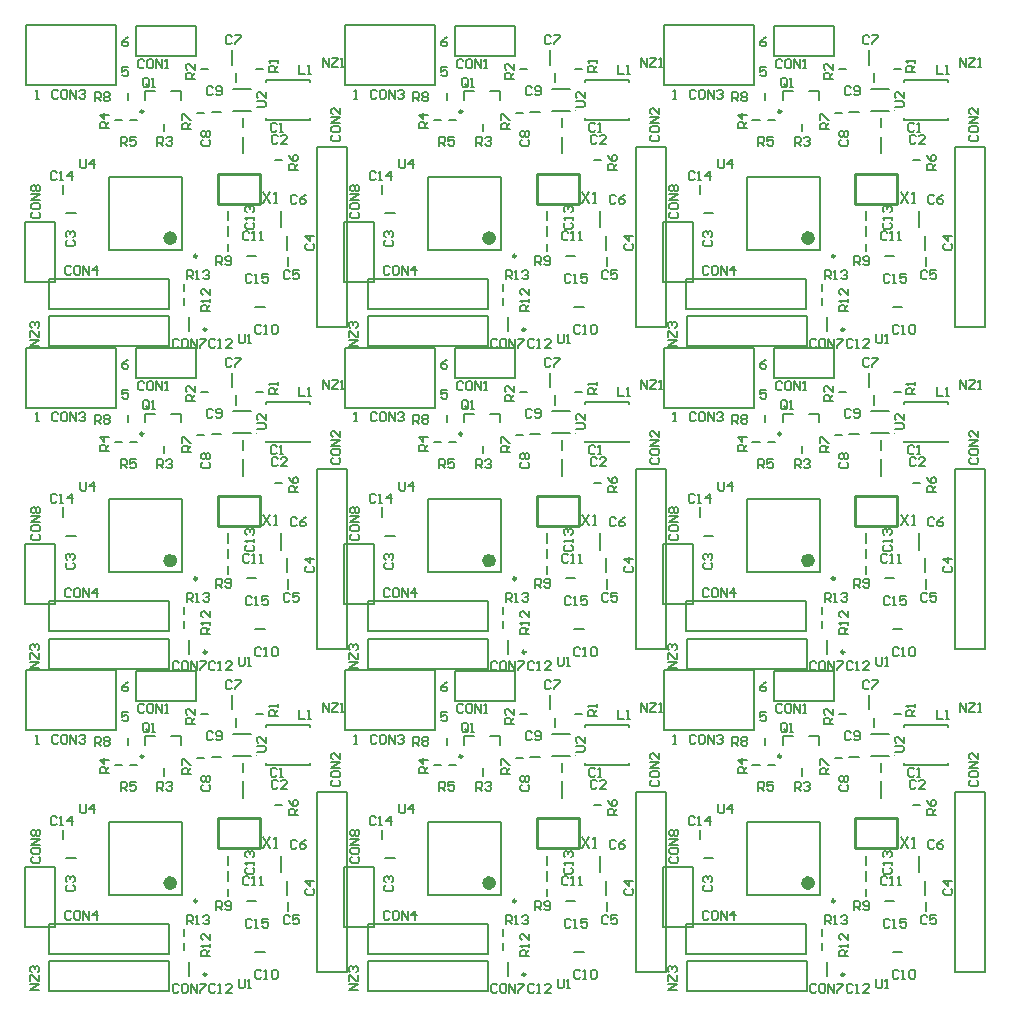
<source format=gto>
G04 Layer_Color=14474460*
%FSLAX24Y24*%
%MOIN*%
G70*
G01*
G75*
%ADD27C,0.0079*%
%ADD29C,0.0039*%
%ADD35C,0.0098*%
%ADD36C,0.0236*%
%ADD37C,0.0100*%
%ADD38C,0.0060*%
D27*
X5157Y3307D02*
Y5748D01*
X2717Y3307D02*
Y5748D01*
Y3307D02*
X5157D01*
X2717Y5748D02*
X5157D01*
X5394Y591D02*
Y1063D01*
X720Y91D02*
Y1091D01*
X4720D01*
X720Y91D02*
X4720D01*
Y1091D01*
X4713Y1350D02*
Y2350D01*
X713Y1350D02*
X4713D01*
X713Y2350D02*
X4713D01*
X713Y1350D02*
Y2350D01*
X3618Y9776D02*
X5618D01*
Y10776D01*
X3618D02*
X5618D01*
X3618Y9776D02*
Y10776D01*
X6969Y8898D02*
Y9213D01*
X6142Y7913D02*
X6457D01*
X6811Y9488D02*
Y9961D01*
X7205Y7402D02*
Y7717D01*
Y6535D02*
Y7087D01*
X7963Y8976D02*
X8701D01*
X7963Y8917D02*
Y8976D01*
X9439Y8917D02*
Y8976D01*
X8701D02*
X9439D01*
X7963Y7638D02*
X8701D01*
X7963D02*
Y7697D01*
X9439Y7638D02*
Y7697D01*
X8701Y7638D02*
X9439D01*
X3917Y8313D02*
Y8589D01*
X4252D01*
X5138Y8313D02*
Y8589D01*
X4803D02*
X5138D01*
X7638Y9331D02*
X7874D01*
X5787D02*
X6024D01*
X4567Y7283D02*
Y7520D01*
X2913Y7638D02*
X3150D01*
X3425D02*
X3661D01*
X6860Y8671D02*
X7470D01*
X6860Y7943D02*
X7470D01*
X5236Y1457D02*
Y1693D01*
Y1929D02*
Y2165D01*
X8701Y2756D02*
Y3071D01*
X8661Y3307D02*
Y3779D01*
X8465Y4055D02*
Y4606D01*
X-67Y2240D02*
X933D01*
X-67D02*
Y4240D01*
X933D01*
Y2240D02*
Y4240D01*
X1299Y4528D02*
X1614D01*
X1181Y5157D02*
Y5472D01*
X-28Y8791D02*
X2972D01*
X-28Y10791D02*
X2972D01*
X-28Y8791D02*
Y10791D01*
X2972Y8791D02*
Y10791D01*
X3346Y8307D02*
Y8543D01*
X9664Y6744D02*
X10664D01*
Y744D02*
Y6744D01*
X9664Y744D02*
Y6744D01*
Y744D02*
X10664D01*
X5669Y7874D02*
X5906D01*
X8268Y6299D02*
X8504D01*
X7323Y3110D02*
X7638D01*
X7598Y1417D02*
X7913D01*
X6693Y3268D02*
Y3504D01*
Y3780D02*
Y4094D01*
Y4291D02*
Y4606D01*
X15787Y3307D02*
Y5748D01*
X13346Y3307D02*
Y5748D01*
Y3307D02*
X15787D01*
X13346Y5748D02*
X15787D01*
X16024Y591D02*
Y1063D01*
X11350Y91D02*
Y1091D01*
X15350D01*
X11350Y91D02*
X15350D01*
Y1091D01*
X15342Y1350D02*
Y2350D01*
X11342Y1350D02*
X15342D01*
X11342Y2350D02*
X15342D01*
X11342Y1350D02*
Y2350D01*
X14248Y9776D02*
X16248D01*
Y10776D01*
X14248D02*
X16248D01*
X14248Y9776D02*
Y10776D01*
X17598Y8898D02*
Y9213D01*
X16772Y7913D02*
X17087D01*
X17441Y9488D02*
Y9961D01*
X17835Y7402D02*
Y7717D01*
Y6535D02*
Y7087D01*
X18593Y8976D02*
X19331D01*
X18593Y8917D02*
Y8976D01*
X20069Y8917D02*
Y8976D01*
X19331D02*
X20069D01*
X18593Y7638D02*
X19331D01*
X18593D02*
Y7697D01*
X20069Y7638D02*
Y7697D01*
X19331Y7638D02*
X20069D01*
X14547Y8313D02*
Y8589D01*
X14882D01*
X15768Y8313D02*
Y8589D01*
X15433D02*
X15768D01*
X18268Y9331D02*
X18504D01*
X16417D02*
X16654D01*
X15197Y7283D02*
Y7520D01*
X13543Y7638D02*
X13780D01*
X14055D02*
X14291D01*
X17490Y8671D02*
X18100D01*
X17490Y7943D02*
X18100D01*
X15866Y1457D02*
Y1693D01*
Y1929D02*
Y2165D01*
X19331Y2756D02*
Y3071D01*
X19291Y3307D02*
Y3779D01*
X19094Y4055D02*
Y4606D01*
X10563Y2240D02*
X11563D01*
X10563D02*
Y4240D01*
X11563D01*
Y2240D02*
Y4240D01*
X11929Y4528D02*
X12244D01*
X11811Y5157D02*
Y5472D01*
X10602Y8791D02*
X13602D01*
X10602Y10791D02*
X13602D01*
X10602Y8791D02*
Y10791D01*
X13602Y8791D02*
Y10791D01*
X13976Y8307D02*
Y8543D01*
X20294Y6744D02*
X21294D01*
Y744D02*
Y6744D01*
X20294Y744D02*
Y6744D01*
Y744D02*
X21294D01*
X16299Y7874D02*
X16535D01*
X18898Y6299D02*
X19134D01*
X17953Y3110D02*
X18268D01*
X18228Y1417D02*
X18543D01*
X17323Y3268D02*
Y3504D01*
Y3780D02*
Y4094D01*
Y4291D02*
Y4606D01*
X26417Y3307D02*
Y5748D01*
X23976Y3307D02*
Y5748D01*
Y3307D02*
X26417D01*
X23976Y5748D02*
X26417D01*
X26654Y591D02*
Y1063D01*
X21980Y91D02*
Y1091D01*
X25980D01*
X21980Y91D02*
X25980D01*
Y1091D01*
X25972Y1350D02*
Y2350D01*
X21972Y1350D02*
X25972D01*
X21972Y2350D02*
X25972D01*
X21972Y1350D02*
Y2350D01*
X24878Y9776D02*
X26878D01*
Y10776D01*
X24878D02*
X26878D01*
X24878Y9776D02*
Y10776D01*
X28228Y8898D02*
Y9213D01*
X27402Y7913D02*
X27717D01*
X28071Y9488D02*
Y9961D01*
X28465Y7402D02*
Y7717D01*
Y6535D02*
Y7087D01*
X29222Y8976D02*
X29961D01*
X29222Y8917D02*
Y8976D01*
X30699Y8917D02*
Y8976D01*
X29961D02*
X30699D01*
X29222Y7638D02*
X29961D01*
X29222D02*
Y7697D01*
X30699Y7638D02*
Y7697D01*
X29961Y7638D02*
X30699D01*
X25177Y8313D02*
Y8589D01*
X25512D01*
X26398Y8313D02*
Y8589D01*
X26063D02*
X26398D01*
X28898Y9331D02*
X29134D01*
X27047D02*
X27283D01*
X25827Y7283D02*
Y7520D01*
X24173Y7638D02*
X24409D01*
X24685D02*
X24921D01*
X28120Y8671D02*
X28730D01*
X28120Y7943D02*
X28730D01*
X26496Y1457D02*
Y1693D01*
Y1929D02*
Y2165D01*
X29961Y2756D02*
Y3071D01*
X29921Y3307D02*
Y3779D01*
X29724Y4055D02*
Y4606D01*
X21193Y2240D02*
X22193D01*
X21193D02*
Y4240D01*
X22193D01*
Y2240D02*
Y4240D01*
X22559Y4528D02*
X22874D01*
X22441Y5157D02*
Y5472D01*
X21232Y8791D02*
X24232D01*
X21232Y10791D02*
X24232D01*
X21232Y8791D02*
Y10791D01*
X24232Y8791D02*
Y10791D01*
X24606Y8307D02*
Y8543D01*
X30924Y6744D02*
X31924D01*
Y744D02*
Y6744D01*
X30924Y744D02*
Y6744D01*
Y744D02*
X31924D01*
X26929Y7874D02*
X27165D01*
X29528Y6299D02*
X29764D01*
X28583Y3110D02*
X28898D01*
X28858Y1417D02*
X29173D01*
X27953Y3268D02*
Y3504D01*
Y3780D02*
Y4094D01*
Y4291D02*
Y4606D01*
X5157Y14055D02*
Y16496D01*
X2717Y14055D02*
Y16496D01*
Y14055D02*
X5157D01*
X2717Y16496D02*
X5157D01*
X5394Y11339D02*
Y11811D01*
X720Y10839D02*
Y11839D01*
X4720D01*
X720Y10839D02*
X4720D01*
Y11839D01*
X4713Y12098D02*
Y13098D01*
X713Y12098D02*
X4713D01*
X713Y13098D02*
X4713D01*
X713Y12098D02*
Y13098D01*
X3618Y20524D02*
X5618D01*
Y21524D01*
X3618D02*
X5618D01*
X3618Y20524D02*
Y21524D01*
X6969Y19646D02*
Y19961D01*
X6142Y18661D02*
X6457D01*
X6811Y20236D02*
Y20709D01*
X7205Y18150D02*
Y18465D01*
Y17283D02*
Y17835D01*
X7963Y19724D02*
X8701D01*
X7963Y19665D02*
Y19724D01*
X9439Y19665D02*
Y19724D01*
X8701D02*
X9439D01*
X7963Y18386D02*
X8701D01*
X7963D02*
Y18445D01*
X9439Y18386D02*
Y18445D01*
X8701Y18386D02*
X9439D01*
X3917Y19061D02*
Y19337D01*
X4252D01*
X5138Y19061D02*
Y19337D01*
X4803D02*
X5138D01*
X7638Y20079D02*
X7874D01*
X5787D02*
X6024D01*
X4567Y18032D02*
Y18268D01*
X2913Y18386D02*
X3150D01*
X3425D02*
X3661D01*
X6860Y19419D02*
X7470D01*
X6860Y18691D02*
X7470D01*
X5236Y12205D02*
Y12441D01*
Y12677D02*
Y12913D01*
X8701Y13504D02*
Y13819D01*
X8661Y14055D02*
Y14528D01*
X8465Y14803D02*
Y15354D01*
X-67Y12988D02*
X933D01*
X-67D02*
Y14988D01*
X933D01*
Y12988D02*
Y14988D01*
X1299Y15276D02*
X1614D01*
X1181Y15906D02*
Y16220D01*
X-28Y19539D02*
X2972D01*
X-28Y21539D02*
X2972D01*
X-28Y19539D02*
Y21539D01*
X2972Y19539D02*
Y21539D01*
X3346Y19055D02*
Y19291D01*
X9664Y17492D02*
X10664D01*
Y11492D02*
Y17492D01*
X9664Y11492D02*
Y17492D01*
Y11492D02*
X10664D01*
X5669Y18622D02*
X5906D01*
X8268Y17047D02*
X8504D01*
X7323Y13858D02*
X7638D01*
X7598Y12165D02*
X7913D01*
X6693Y14016D02*
Y14252D01*
Y14528D02*
Y14843D01*
Y15039D02*
Y15354D01*
X15787Y14055D02*
Y16496D01*
X13346Y14055D02*
Y16496D01*
Y14055D02*
X15787D01*
X13346Y16496D02*
X15787D01*
X16024Y11339D02*
Y11811D01*
X11350Y10839D02*
Y11839D01*
X15350D01*
X11350Y10839D02*
X15350D01*
Y11839D01*
X15342Y12098D02*
Y13098D01*
X11342Y12098D02*
X15342D01*
X11342Y13098D02*
X15342D01*
X11342Y12098D02*
Y13098D01*
X14248Y20524D02*
X16248D01*
Y21524D01*
X14248D02*
X16248D01*
X14248Y20524D02*
Y21524D01*
X17598Y19646D02*
Y19961D01*
X16772Y18661D02*
X17087D01*
X17441Y20236D02*
Y20709D01*
X17835Y18150D02*
Y18465D01*
Y17283D02*
Y17835D01*
X18593Y19724D02*
X19331D01*
X18593Y19665D02*
Y19724D01*
X20069Y19665D02*
Y19724D01*
X19331D02*
X20069D01*
X18593Y18386D02*
X19331D01*
X18593D02*
Y18445D01*
X20069Y18386D02*
Y18445D01*
X19331Y18386D02*
X20069D01*
X14547Y19061D02*
Y19337D01*
X14882D01*
X15768Y19061D02*
Y19337D01*
X15433D02*
X15768D01*
X18268Y20079D02*
X18504D01*
X16417D02*
X16654D01*
X15197Y18032D02*
Y18268D01*
X13543Y18386D02*
X13780D01*
X14055D02*
X14291D01*
X17490Y19419D02*
X18100D01*
X17490Y18691D02*
X18100D01*
X15866Y12205D02*
Y12441D01*
Y12677D02*
Y12913D01*
X19331Y13504D02*
Y13819D01*
X19291Y14055D02*
Y14528D01*
X19094Y14803D02*
Y15354D01*
X10563Y12988D02*
X11563D01*
X10563D02*
Y14988D01*
X11563D01*
Y12988D02*
Y14988D01*
X11929Y15276D02*
X12244D01*
X11811Y15906D02*
Y16220D01*
X10602Y19539D02*
X13602D01*
X10602Y21539D02*
X13602D01*
X10602Y19539D02*
Y21539D01*
X13602Y19539D02*
Y21539D01*
X13976Y19055D02*
Y19291D01*
X20294Y17492D02*
X21294D01*
Y11492D02*
Y17492D01*
X20294Y11492D02*
Y17492D01*
Y11492D02*
X21294D01*
X16299Y18622D02*
X16535D01*
X18898Y17047D02*
X19134D01*
X17953Y13858D02*
X18268D01*
X18228Y12165D02*
X18543D01*
X17323Y14016D02*
Y14252D01*
Y14528D02*
Y14843D01*
Y15039D02*
Y15354D01*
X26417Y14055D02*
Y16496D01*
X23976Y14055D02*
Y16496D01*
Y14055D02*
X26417D01*
X23976Y16496D02*
X26417D01*
X26654Y11339D02*
Y11811D01*
X21980Y10839D02*
Y11839D01*
X25980D01*
X21980Y10839D02*
X25980D01*
Y11839D01*
X25972Y12098D02*
Y13098D01*
X21972Y12098D02*
X25972D01*
X21972Y13098D02*
X25972D01*
X21972Y12098D02*
Y13098D01*
X24878Y20524D02*
X26878D01*
Y21524D01*
X24878D02*
X26878D01*
X24878Y20524D02*
Y21524D01*
X28228Y19646D02*
Y19961D01*
X27402Y18661D02*
X27717D01*
X28071Y20236D02*
Y20709D01*
X28465Y18150D02*
Y18465D01*
Y17283D02*
Y17835D01*
X29222Y19724D02*
X29961D01*
X29222Y19665D02*
Y19724D01*
X30699Y19665D02*
Y19724D01*
X29961D02*
X30699D01*
X29222Y18386D02*
X29961D01*
X29222D02*
Y18445D01*
X30699Y18386D02*
Y18445D01*
X29961Y18386D02*
X30699D01*
X25177Y19061D02*
Y19337D01*
X25512D01*
X26398Y19061D02*
Y19337D01*
X26063D02*
X26398D01*
X28898Y20079D02*
X29134D01*
X27047D02*
X27283D01*
X25827Y18032D02*
Y18268D01*
X24173Y18386D02*
X24409D01*
X24685D02*
X24921D01*
X28120Y19419D02*
X28730D01*
X28120Y18691D02*
X28730D01*
X26496Y12205D02*
Y12441D01*
Y12677D02*
Y12913D01*
X29961Y13504D02*
Y13819D01*
X29921Y14055D02*
Y14528D01*
X29724Y14803D02*
Y15354D01*
X21193Y12988D02*
X22193D01*
X21193D02*
Y14988D01*
X22193D01*
Y12988D02*
Y14988D01*
X22559Y15276D02*
X22874D01*
X22441Y15906D02*
Y16220D01*
X21232Y19539D02*
X24232D01*
X21232Y21539D02*
X24232D01*
X21232Y19539D02*
Y21539D01*
X24232Y19539D02*
Y21539D01*
X24606Y19055D02*
Y19291D01*
X30924Y17492D02*
X31924D01*
Y11492D02*
Y17492D01*
X30924Y11492D02*
Y17492D01*
Y11492D02*
X31924D01*
X26929Y18622D02*
X27165D01*
X29528Y17047D02*
X29764D01*
X28583Y13858D02*
X28898D01*
X28858Y12165D02*
X29173D01*
X27953Y14016D02*
Y14252D01*
Y14528D02*
Y14843D01*
Y15039D02*
Y15354D01*
X5157Y24803D02*
Y27244D01*
X2717Y24803D02*
Y27244D01*
Y24803D02*
X5157D01*
X2717Y27244D02*
X5157D01*
X5394Y22087D02*
Y22559D01*
X720Y21587D02*
Y22587D01*
X4720D01*
X720Y21587D02*
X4720D01*
Y22587D01*
X4713Y22846D02*
Y23846D01*
X713Y22846D02*
X4713D01*
X713Y23846D02*
X4713D01*
X713Y22846D02*
Y23846D01*
X3618Y31272D02*
X5618D01*
Y32272D01*
X3618D02*
X5618D01*
X3618Y31272D02*
Y32272D01*
X6969Y30394D02*
Y30709D01*
X6142Y29409D02*
X6457D01*
X6811Y30984D02*
Y31457D01*
X7205Y28898D02*
Y29213D01*
Y28031D02*
Y28583D01*
X7963Y30472D02*
X8701D01*
X7963Y30413D02*
Y30472D01*
X9439Y30413D02*
Y30472D01*
X8701D02*
X9439D01*
X7963Y29134D02*
X8701D01*
X7963D02*
Y29193D01*
X9439Y29134D02*
Y29193D01*
X8701Y29134D02*
X9439D01*
X3917Y29809D02*
Y30085D01*
X4252D01*
X5138Y29809D02*
Y30085D01*
X4803D02*
X5138D01*
X7638Y30827D02*
X7874D01*
X5787D02*
X6024D01*
X4567Y28780D02*
Y29016D01*
X2913Y29134D02*
X3150D01*
X3425D02*
X3661D01*
X6860Y30167D02*
X7470D01*
X6860Y29439D02*
X7470D01*
X5236Y22953D02*
Y23189D01*
Y23425D02*
Y23661D01*
X8701Y24252D02*
Y24567D01*
X8661Y24803D02*
Y25276D01*
X8465Y25551D02*
Y26102D01*
X-67Y23736D02*
X933D01*
X-67D02*
Y25736D01*
X933D01*
Y23736D02*
Y25736D01*
X1299Y26024D02*
X1614D01*
X1181Y26654D02*
Y26969D01*
X-28Y30287D02*
X2972D01*
X-28Y32287D02*
X2972D01*
X-28Y30287D02*
Y32287D01*
X2972Y30287D02*
Y32287D01*
X3346Y29803D02*
Y30039D01*
X9664Y28240D02*
X10664D01*
Y22240D02*
Y28240D01*
X9664Y22240D02*
Y28240D01*
Y22240D02*
X10664D01*
X5669Y29370D02*
X5906D01*
X8268Y27795D02*
X8504D01*
X7323Y24606D02*
X7638D01*
X7598Y22913D02*
X7913D01*
X6693Y24764D02*
Y25000D01*
Y25276D02*
Y25591D01*
Y25787D02*
Y26102D01*
X15787Y24803D02*
Y27244D01*
X13346Y24803D02*
Y27244D01*
Y24803D02*
X15787D01*
X13346Y27244D02*
X15787D01*
X16024Y22087D02*
Y22559D01*
X11350Y21587D02*
Y22587D01*
X15350D01*
X11350Y21587D02*
X15350D01*
Y22587D01*
X15342Y22846D02*
Y23846D01*
X11342Y22846D02*
X15342D01*
X11342Y23846D02*
X15342D01*
X11342Y22846D02*
Y23846D01*
X14248Y31272D02*
X16248D01*
Y32272D01*
X14248D02*
X16248D01*
X14248Y31272D02*
Y32272D01*
X17598Y30394D02*
Y30709D01*
X16772Y29409D02*
X17087D01*
X17441Y30984D02*
Y31457D01*
X17835Y28898D02*
Y29213D01*
Y28031D02*
Y28583D01*
X18593Y30472D02*
X19331D01*
X18593Y30413D02*
Y30472D01*
X20069Y30413D02*
Y30472D01*
X19331D02*
X20069D01*
X18593Y29134D02*
X19331D01*
X18593D02*
Y29193D01*
X20069Y29134D02*
Y29193D01*
X19331Y29134D02*
X20069D01*
X14547Y29809D02*
Y30085D01*
X14882D01*
X15768Y29809D02*
Y30085D01*
X15433D02*
X15768D01*
X18268Y30827D02*
X18504D01*
X16417D02*
X16654D01*
X15197Y28780D02*
Y29016D01*
X13543Y29134D02*
X13780D01*
X14055D02*
X14291D01*
X17490Y30167D02*
X18100D01*
X17490Y29439D02*
X18100D01*
X15866Y22953D02*
Y23189D01*
Y23425D02*
Y23661D01*
X19331Y24252D02*
Y24567D01*
X19291Y24803D02*
Y25276D01*
X19094Y25551D02*
Y26102D01*
X10563Y23736D02*
X11563D01*
X10563D02*
Y25736D01*
X11563D01*
Y23736D02*
Y25736D01*
X11929Y26024D02*
X12244D01*
X11811Y26654D02*
Y26969D01*
X10602Y30287D02*
X13602D01*
X10602Y32287D02*
X13602D01*
X10602Y30287D02*
Y32287D01*
X13602Y30287D02*
Y32287D01*
X13976Y29803D02*
Y30039D01*
X20294Y28240D02*
X21294D01*
Y22240D02*
Y28240D01*
X20294Y22240D02*
Y28240D01*
Y22240D02*
X21294D01*
X16299Y29370D02*
X16535D01*
X18898Y27795D02*
X19134D01*
X17953Y24606D02*
X18268D01*
X18228Y22913D02*
X18543D01*
X17323Y24764D02*
Y25000D01*
Y25276D02*
Y25591D01*
Y25787D02*
Y26102D01*
X26417Y24803D02*
Y27244D01*
X23976Y24803D02*
Y27244D01*
Y24803D02*
X26417D01*
X23976Y27244D02*
X26417D01*
X26654Y22087D02*
Y22559D01*
X21980Y21587D02*
Y22587D01*
X25980D01*
X21980Y21587D02*
X25980D01*
Y22587D01*
X25972Y22846D02*
Y23846D01*
X21972Y22846D02*
X25972D01*
X21972Y23846D02*
X25972D01*
X21972Y22846D02*
Y23846D01*
X24878Y31272D02*
X26878D01*
Y32272D01*
X24878D02*
X26878D01*
X24878Y31272D02*
Y32272D01*
X28228Y30394D02*
Y30709D01*
X27402Y29409D02*
X27717D01*
X28071Y30984D02*
Y31457D01*
X28465Y28898D02*
Y29213D01*
Y28031D02*
Y28583D01*
X29222Y30472D02*
X29961D01*
X29222Y30413D02*
Y30472D01*
X30699Y30413D02*
Y30472D01*
X29961D02*
X30699D01*
X29222Y29134D02*
X29961D01*
X29222D02*
Y29193D01*
X30699Y29134D02*
Y29193D01*
X29961Y29134D02*
X30699D01*
X25177Y29809D02*
Y30085D01*
X25512D01*
X26398Y29809D02*
Y30085D01*
X26063D02*
X26398D01*
X28898Y30827D02*
X29134D01*
X27047D02*
X27283D01*
X25827Y28780D02*
Y29016D01*
X24173Y29134D02*
X24409D01*
X24685D02*
X24921D01*
X28120Y30167D02*
X28730D01*
X28120Y29439D02*
X28730D01*
X26496Y22953D02*
Y23189D01*
Y23425D02*
Y23661D01*
X29961Y24252D02*
Y24567D01*
X29921Y24803D02*
Y25276D01*
X29724Y25551D02*
Y26102D01*
X21193Y23736D02*
X22193D01*
X21193D02*
Y25736D01*
X22193D01*
Y23736D02*
Y25736D01*
X22559Y26024D02*
X22874D01*
X22441Y26654D02*
Y26969D01*
X21232Y30287D02*
X24232D01*
X21232Y32287D02*
X24232D01*
X21232Y30287D02*
Y32287D01*
X24232Y30287D02*
Y32287D01*
X24606Y29803D02*
Y30039D01*
X30924Y28240D02*
X31924D01*
Y22240D02*
Y28240D01*
X30924Y22240D02*
Y28240D01*
Y22240D02*
X31924D01*
X26929Y29370D02*
X27165D01*
X29528Y27795D02*
X29764D01*
X28583Y24606D02*
X28898D01*
X28858Y22913D02*
X29173D01*
X27953Y24764D02*
Y25000D01*
Y25276D02*
Y25591D01*
Y25787D02*
Y26102D01*
D29*
X7648Y7943D02*
G03*
X7648Y7943I-20J0D01*
G01*
X18278D02*
G03*
X18278Y7943I-20J0D01*
G01*
X28907D02*
G03*
X28907Y7943I-20J0D01*
G01*
X7648Y18691D02*
G03*
X7648Y18691I-20J0D01*
G01*
X18278D02*
G03*
X18278Y18691I-20J0D01*
G01*
X28907D02*
G03*
X28907Y18691I-20J0D01*
G01*
X7648Y29439D02*
G03*
X7648Y29439I-20J0D01*
G01*
X18278D02*
G03*
X18278Y29439I-20J0D01*
G01*
X28907D02*
G03*
X28907Y29439I-20J0D01*
G01*
D35*
X5659Y3100D02*
G03*
X5659Y3100I-49J0D01*
G01*
X3868Y7923D02*
G03*
X3868Y7923I-49J0D01*
G01*
X5974Y650D02*
G03*
X5974Y650I-49J0D01*
G01*
X16289Y3100D02*
G03*
X16289Y3100I-49J0D01*
G01*
X14498Y7923D02*
G03*
X14498Y7923I-49J0D01*
G01*
X16604Y650D02*
G03*
X16604Y650I-49J0D01*
G01*
X26919Y3100D02*
G03*
X26919Y3100I-49J0D01*
G01*
X25128Y7923D02*
G03*
X25128Y7923I-49J0D01*
G01*
X27234Y650D02*
G03*
X27234Y650I-49J0D01*
G01*
X5659Y13848D02*
G03*
X5659Y13848I-49J0D01*
G01*
X3868Y18671D02*
G03*
X3868Y18671I-49J0D01*
G01*
X5974Y11398D02*
G03*
X5974Y11398I-49J0D01*
G01*
X16289Y13848D02*
G03*
X16289Y13848I-49J0D01*
G01*
X14498Y18671D02*
G03*
X14498Y18671I-49J0D01*
G01*
X16604Y11398D02*
G03*
X16604Y11398I-49J0D01*
G01*
X26919Y13848D02*
G03*
X26919Y13848I-49J0D01*
G01*
X25128Y18671D02*
G03*
X25128Y18671I-49J0D01*
G01*
X27234Y11398D02*
G03*
X27234Y11398I-49J0D01*
G01*
X5659Y24596D02*
G03*
X5659Y24596I-49J0D01*
G01*
X3868Y29419D02*
G03*
X3868Y29419I-49J0D01*
G01*
X5974Y22146D02*
G03*
X5974Y22146I-49J0D01*
G01*
X16289Y24596D02*
G03*
X16289Y24596I-49J0D01*
G01*
X14498Y29419D02*
G03*
X14498Y29419I-49J0D01*
G01*
X16604Y22146D02*
G03*
X16604Y22146I-49J0D01*
G01*
X26919Y24596D02*
G03*
X26919Y24596I-49J0D01*
G01*
X25128Y29419D02*
G03*
X25128Y29419I-49J0D01*
G01*
X27234Y22146D02*
G03*
X27234Y22146I-49J0D01*
G01*
D36*
X4882Y3701D02*
G03*
X4882Y3701I-118J0D01*
G01*
X15512D02*
G03*
X15512Y3701I-118J0D01*
G01*
X26142D02*
G03*
X26142Y3701I-118J0D01*
G01*
X4882Y14449D02*
G03*
X4882Y14449I-118J0D01*
G01*
X15512D02*
G03*
X15512Y14449I-118J0D01*
G01*
X26142D02*
G03*
X26142Y14449I-118J0D01*
G01*
X4882Y25197D02*
G03*
X4882Y25197I-118J0D01*
G01*
X15512D02*
G03*
X15512Y25197I-118J0D01*
G01*
X26142D02*
G03*
X26142Y25197I-118J0D01*
G01*
D37*
X7047Y4854D02*
X7747D01*
Y5854D01*
X7047D02*
X7747D01*
X6347Y4854D02*
X7047D01*
X6347D02*
Y5854D01*
X7047D01*
X17677Y4854D02*
X18377D01*
Y5854D01*
X17677D02*
X18377D01*
X16977Y4854D02*
X17677D01*
X16977D02*
Y5854D01*
X17677D01*
X28307Y4854D02*
X29007D01*
Y5854D01*
X28307D02*
X29007D01*
X27607Y4854D02*
X28307D01*
X27607D02*
Y5854D01*
X28307D01*
X7047Y15602D02*
X7747D01*
Y16602D01*
X7047D02*
X7747D01*
X6347Y15602D02*
X7047D01*
X6347D02*
Y16602D01*
X7047D01*
X17677Y15602D02*
X18377D01*
Y16602D01*
X17677D02*
X18377D01*
X16977Y15602D02*
X17677D01*
X16977D02*
Y16602D01*
X17677D01*
X28307Y15602D02*
X29007D01*
Y16602D01*
X28307D02*
X29007D01*
X27607Y15602D02*
X28307D01*
X27607D02*
Y16602D01*
X28307D01*
X7047Y26350D02*
X7747D01*
Y27350D01*
X7047D02*
X7747D01*
X6347Y26350D02*
X7047D01*
X6347D02*
Y27350D01*
X7047D01*
X17677Y26350D02*
X18377D01*
Y27350D01*
X17677D02*
X18377D01*
X16977Y26350D02*
X17677D01*
X16977D02*
Y27350D01*
X17677D01*
X28307Y26350D02*
X29007D01*
Y27350D01*
X28307D02*
X29007D01*
X27607Y26350D02*
X28307D01*
X27607D02*
Y27350D01*
X28307D01*
D38*
X6263Y289D02*
X6213Y339D01*
X6113D01*
X6063Y289D01*
Y89D01*
X6113Y39D01*
X6213D01*
X6263Y89D01*
X6363Y39D02*
X6463D01*
X6413D01*
Y339D01*
X6363Y289D01*
X6813Y39D02*
X6613D01*
X6813Y239D01*
Y289D01*
X6763Y339D01*
X6663D01*
X6613Y289D01*
X5042D02*
X4992Y339D01*
X4893D01*
X4843Y289D01*
Y89D01*
X4893Y39D01*
X4992D01*
X5042Y89D01*
X5292Y339D02*
X5192D01*
X5142Y289D01*
Y89D01*
X5192Y39D01*
X5292D01*
X5342Y89D01*
Y289D01*
X5292Y339D01*
X5442Y39D02*
Y339D01*
X5642Y39D01*
Y339D01*
X5742D02*
X5942D01*
Y289D01*
X5742Y89D01*
Y39D01*
X1460Y2730D02*
X1410Y2780D01*
X1310D01*
X1260Y2730D01*
Y2530D01*
X1310Y2480D01*
X1410D01*
X1460Y2530D01*
X1710Y2780D02*
X1610D01*
X1560Y2730D01*
Y2530D01*
X1610Y2480D01*
X1710D01*
X1760Y2530D01*
Y2730D01*
X1710Y2780D01*
X1860Y2480D02*
Y2780D01*
X2060Y2480D01*
Y2780D01*
X2309Y2480D02*
Y2780D01*
X2160Y2630D01*
X2359D01*
X3901Y9620D02*
X3851Y9670D01*
X3751D01*
X3701Y9620D01*
Y9420D01*
X3751Y9370D01*
X3851D01*
X3901Y9420D01*
X4151Y9670D02*
X4051D01*
X4001Y9620D01*
Y9420D01*
X4051Y9370D01*
X4151D01*
X4201Y9420D01*
Y9620D01*
X4151Y9670D01*
X4301Y9370D02*
Y9670D01*
X4501Y9370D01*
Y9670D01*
X4600Y9370D02*
X4700D01*
X4650D01*
Y9670D01*
X4600Y9620D01*
X6184Y8714D02*
X6134Y8764D01*
X6034D01*
X5984Y8714D01*
Y8515D01*
X6034Y8465D01*
X6134D01*
X6184Y8515D01*
X6284D02*
X6334Y8465D01*
X6434D01*
X6484Y8515D01*
Y8714D01*
X6434Y8764D01*
X6334D01*
X6284Y8714D01*
Y8665D01*
X6334Y8615D01*
X6484D01*
X5852Y6972D02*
X5802Y6922D01*
Y6822D01*
X5852Y6772D01*
X6052D01*
X6102Y6822D01*
Y6922D01*
X6052Y6972D01*
X5852Y7072D02*
X5802Y7122D01*
Y7222D01*
X5852Y7271D01*
X5902D01*
X5952Y7222D01*
X6002Y7271D01*
X6052D01*
X6102Y7222D01*
Y7122D01*
X6052Y7072D01*
X6002D01*
X5952Y7122D01*
X5902Y7072D01*
X5852D01*
X5952Y7122D02*
Y7222D01*
X6814Y10407D02*
X6764Y10457D01*
X6664D01*
X6614Y10407D01*
Y10207D01*
X6664Y10157D01*
X6764D01*
X6814Y10207D01*
X6914Y10457D02*
X7114D01*
Y10407D01*
X6914Y10207D01*
Y10157D01*
X8310Y7494D02*
X8260Y7544D01*
X8160D01*
X8110Y7494D01*
Y7294D01*
X8160Y7244D01*
X8260D01*
X8310Y7294D01*
X8410Y7244D02*
X8510D01*
X8460D01*
Y7544D01*
X8410Y7494D01*
X8350Y7100D02*
X8300Y7150D01*
X8200D01*
X8150Y7100D01*
Y6900D01*
X8200Y6850D01*
X8300D01*
X8350Y6900D01*
X8649Y6850D02*
X8450D01*
X8649Y7050D01*
Y7100D01*
X8599Y7150D01*
X8499D01*
X8450Y7100D01*
X9055Y9473D02*
Y9173D01*
X9255D01*
X9355D02*
X9455D01*
X9405D01*
Y9473D01*
X9355Y9423D01*
X4058Y8790D02*
Y8990D01*
X4008Y9040D01*
X3908D01*
X3858Y8990D01*
Y8790D01*
X3908Y8740D01*
X4008D01*
X3958Y8840D02*
X4058Y8740D01*
X4008D02*
X4058Y8790D01*
X4158Y8740D02*
X4258D01*
X4208D01*
Y9040D01*
X4158Y8990D01*
X8346Y9252D02*
X8047D01*
Y9402D01*
X8097Y9452D01*
X8196D01*
X8246Y9402D01*
Y9252D01*
Y9352D02*
X8346Y9452D01*
Y9552D02*
Y9652D01*
Y9602D01*
X8047D01*
X8097Y9552D01*
X5591Y9016D02*
X5291D01*
Y9166D01*
X5341Y9216D01*
X5441D01*
X5491Y9166D01*
Y9016D01*
Y9116D02*
X5591Y9216D01*
Y9516D02*
Y9316D01*
X5391Y9516D01*
X5341D01*
X5291Y9466D01*
Y9366D01*
X5341Y9316D01*
X4331Y6772D02*
Y7072D01*
X4481D01*
X4531Y7022D01*
Y6922D01*
X4481Y6872D01*
X4331D01*
X4431D02*
X4531Y6772D01*
X4631Y7022D02*
X4681Y7072D01*
X4781D01*
X4831Y7022D01*
Y6972D01*
X4781Y6922D01*
X4731D01*
X4781D01*
X4831Y6872D01*
Y6822D01*
X4781Y6772D01*
X4681D01*
X4631Y6822D01*
X2717Y7362D02*
X2417D01*
Y7512D01*
X2467Y7562D01*
X2567D01*
X2617Y7512D01*
Y7362D01*
Y7462D02*
X2717Y7562D01*
Y7812D02*
X2417D01*
X2567Y7662D01*
Y7862D01*
X3110Y6772D02*
Y7072D01*
X3260D01*
X3310Y7022D01*
Y6922D01*
X3260Y6872D01*
X3110D01*
X3210D02*
X3310Y6772D01*
X3610Y7072D02*
X3410D01*
Y6922D01*
X3510Y6972D01*
X3560D01*
X3610Y6922D01*
Y6822D01*
X3560Y6772D01*
X3460D01*
X3410Y6822D01*
X7653Y8071D02*
X7903D01*
X7953Y8121D01*
Y8221D01*
X7903Y8271D01*
X7653D01*
X7953Y8571D02*
Y8371D01*
X7753Y8571D01*
X7703D01*
X7653Y8521D01*
Y8421D01*
X7703Y8371D01*
X6102Y1260D02*
X5802D01*
Y1410D01*
X5852Y1460D01*
X5952D01*
X6002Y1410D01*
Y1260D01*
Y1360D02*
X6102Y1460D01*
Y1560D02*
Y1660D01*
Y1610D01*
X5802D01*
X5852Y1560D01*
X6102Y2010D02*
Y1810D01*
X5902Y2010D01*
X5852D01*
X5802Y1960D01*
Y1860D01*
X5852Y1810D01*
X5315Y2323D02*
Y2623D01*
X5465D01*
X5515Y2573D01*
Y2473D01*
X5465Y2423D01*
X5315D01*
X5415D02*
X5515Y2323D01*
X5615D02*
X5715D01*
X5665D01*
Y2623D01*
X5615Y2573D01*
X5865D02*
X5915Y2623D01*
X6015D01*
X6065Y2573D01*
Y2523D01*
X6015Y2473D01*
X5965D01*
X6015D01*
X6065Y2423D01*
Y2373D01*
X6015Y2323D01*
X5915D01*
X5865Y2373D01*
X8743Y2573D02*
X8693Y2623D01*
X8593D01*
X8543Y2573D01*
Y2373D01*
X8593Y2323D01*
X8693D01*
X8743Y2373D01*
X9043Y2623D02*
X8843D01*
Y2473D01*
X8943Y2523D01*
X8993D01*
X9043Y2473D01*
Y2373D01*
X8993Y2323D01*
X8893D01*
X8843Y2373D01*
X9317Y3507D02*
X9267Y3457D01*
Y3357D01*
X9317Y3307D01*
X9517D01*
X9567Y3357D01*
Y3457D01*
X9517Y3507D01*
X9567Y3757D02*
X9267D01*
X9417Y3607D01*
Y3807D01*
X9843Y9409D02*
Y9709D01*
X10042Y9409D01*
Y9709D01*
X10142D02*
X10342D01*
Y9659D01*
X10142Y9459D01*
Y9409D01*
X10342D01*
X10442D02*
X10542D01*
X10492D01*
Y9709D01*
X10442Y9659D01*
X394Y118D02*
X94D01*
X394Y318D01*
X94D01*
Y418D02*
Y618D01*
X144D01*
X344Y418D01*
X394D01*
Y618D01*
X144Y718D02*
X94Y768D01*
Y868D01*
X144Y918D01*
X194D01*
X244Y868D01*
Y818D01*
Y868D01*
X294Y918D01*
X344D01*
X394Y868D01*
Y768D01*
X344Y718D01*
X8979Y5092D02*
X8929Y5142D01*
X8830D01*
X8780Y5092D01*
Y4893D01*
X8830Y4843D01*
X8929D01*
X8979Y4893D01*
X9279Y5142D02*
X9179Y5092D01*
X9079Y4992D01*
Y4893D01*
X9129Y4843D01*
X9229D01*
X9279Y4893D01*
Y4942D01*
X9229Y4992D01*
X9079D01*
X183Y4570D02*
X133Y4520D01*
Y4420D01*
X183Y4370D01*
X383D01*
X433Y4420D01*
Y4520D01*
X383Y4570D01*
X133Y4820D02*
Y4720D01*
X183Y4670D01*
X383D01*
X433Y4720D01*
Y4820D01*
X383Y4870D01*
X183D01*
X133Y4820D01*
X433Y4970D02*
X133D01*
X433Y5170D01*
X133D01*
X183Y5270D02*
X133Y5320D01*
Y5420D01*
X183Y5470D01*
X233D01*
X283Y5420D01*
X333Y5470D01*
X383D01*
X433Y5420D01*
Y5320D01*
X383Y5270D01*
X333D01*
X283Y5320D01*
X233Y5270D01*
X183D01*
X283Y5320D02*
Y5420D01*
X9016Y5984D02*
X8716D01*
Y6134D01*
X8766Y6184D01*
X8866D01*
X8916Y6134D01*
Y5984D01*
Y6084D02*
X9016Y6184D01*
X8716Y6484D02*
X8766Y6384D01*
X8866Y6284D01*
X8966D01*
X9016Y6334D01*
Y6434D01*
X8966Y6484D01*
X8916D01*
X8866Y6434D01*
Y6284D01*
X5472Y7323D02*
X5173D01*
Y7473D01*
X5223Y7523D01*
X5322D01*
X5372Y7473D01*
Y7323D01*
Y7423D02*
X5472Y7523D01*
X5173Y7623D02*
Y7823D01*
X5223D01*
X5422Y7623D01*
X5472D01*
X2244Y8268D02*
Y8568D01*
X2394D01*
X2444Y8518D01*
Y8418D01*
X2394Y8368D01*
X2244D01*
X2344D02*
X2444Y8268D01*
X2544Y8518D02*
X2594Y8568D01*
X2694D01*
X2744Y8518D01*
Y8468D01*
X2694Y8418D01*
X2744Y8368D01*
Y8318D01*
X2694Y8268D01*
X2594D01*
X2544Y8318D01*
Y8368D01*
X2594Y8418D01*
X2544Y8468D01*
Y8518D01*
X2594Y8418D02*
X2694D01*
X1772Y6324D02*
Y6074D01*
X1822Y6024D01*
X1922D01*
X1972Y6074D01*
Y6324D01*
X2222Y6024D02*
Y6324D01*
X2072Y6174D01*
X2271D01*
X1325Y3625D02*
X1275Y3575D01*
Y3475D01*
X1325Y3425D01*
X1525D01*
X1575Y3475D01*
Y3575D01*
X1525Y3625D01*
X1325Y3725D02*
X1275Y3775D01*
Y3875D01*
X1325Y3925D01*
X1375D01*
X1425Y3875D01*
Y3825D01*
Y3875D01*
X1475Y3925D01*
X1525D01*
X1575Y3875D01*
Y3775D01*
X1525Y3725D01*
X7798Y762D02*
X7748Y812D01*
X7648D01*
X7598Y762D01*
Y562D01*
X7648Y512D01*
X7748D01*
X7798Y562D01*
X7898Y512D02*
X7998D01*
X7948D01*
Y812D01*
X7898Y762D01*
X8148D02*
X8198Y812D01*
X8298D01*
X8348Y762D01*
Y562D01*
X8298Y512D01*
X8198D01*
X8148Y562D01*
Y762D01*
X7405Y3872D02*
X7355Y3922D01*
X7255D01*
X7205Y3872D01*
Y3672D01*
X7255Y3622D01*
X7355D01*
X7405Y3672D01*
X7505Y3622D02*
X7605D01*
X7555D01*
Y3922D01*
X7505Y3872D01*
X7755Y3622D02*
X7855D01*
X7805D01*
Y3922D01*
X7755Y3872D01*
X7309Y4216D02*
X7259Y4166D01*
Y4066D01*
X7309Y4016D01*
X7509D01*
X7559Y4066D01*
Y4166D01*
X7509Y4216D01*
X7559Y4316D02*
Y4416D01*
Y4366D01*
X7259D01*
X7309Y4316D01*
Y4566D02*
X7259Y4616D01*
Y4716D01*
X7309Y4766D01*
X7359D01*
X7409Y4716D01*
Y4666D01*
Y4716D01*
X7459Y4766D01*
X7509D01*
X7559Y4716D01*
Y4616D01*
X7509Y4566D01*
X987Y5880D02*
X937Y5930D01*
X837D01*
X787Y5880D01*
Y5680D01*
X837Y5630D01*
X937D01*
X987Y5680D01*
X1087Y5630D02*
X1187D01*
X1137D01*
Y5930D01*
X1087Y5880D01*
X1487Y5630D02*
Y5930D01*
X1337Y5780D01*
X1537D01*
X10183Y7129D02*
X10133Y7079D01*
Y6979D01*
X10183Y6929D01*
X10383D01*
X10433Y6979D01*
Y7079D01*
X10383Y7129D01*
X10133Y7379D02*
Y7279D01*
X10183Y7229D01*
X10383D01*
X10433Y7279D01*
Y7379D01*
X10383Y7429D01*
X10183D01*
X10133Y7379D01*
X10433Y7529D02*
X10133D01*
X10433Y7729D01*
X10133D01*
X10433Y8029D02*
Y7829D01*
X10233Y8029D01*
X10183D01*
X10133Y7979D01*
Y7879D01*
X10183Y7829D01*
X1027Y8596D02*
X977Y8646D01*
X877D01*
X827Y8596D01*
Y8396D01*
X877Y8346D01*
X977D01*
X1027Y8396D01*
X1277Y8646D02*
X1177D01*
X1127Y8596D01*
Y8396D01*
X1177Y8346D01*
X1277D01*
X1327Y8396D01*
Y8596D01*
X1277Y8646D01*
X1427Y8346D02*
Y8646D01*
X1627Y8346D01*
Y8646D01*
X1726Y8596D02*
X1776Y8646D01*
X1876D01*
X1926Y8596D01*
Y8546D01*
X1876Y8496D01*
X1826D01*
X1876D01*
X1926Y8446D01*
Y8396D01*
X1876Y8346D01*
X1776D01*
X1726Y8396D01*
X7047Y497D02*
Y247D01*
X7097Y197D01*
X7197D01*
X7247Y247D01*
Y497D01*
X7347Y197D02*
X7447D01*
X7397D01*
Y497D01*
X7347Y447D01*
X7483Y2455D02*
X7433Y2505D01*
X7333D01*
X7283Y2455D01*
Y2255D01*
X7333Y2205D01*
X7433D01*
X7483Y2255D01*
X7583Y2205D02*
X7683D01*
X7633D01*
Y2505D01*
X7583Y2455D01*
X8033Y2505D02*
X7833D01*
Y2355D01*
X7933Y2405D01*
X7983D01*
X8033Y2355D01*
Y2255D01*
X7983Y2205D01*
X7883D01*
X7833Y2255D01*
X6299Y2795D02*
Y3095D01*
X6449D01*
X6499Y3045D01*
Y2945D01*
X6449Y2895D01*
X6299D01*
X6399D02*
X6499Y2795D01*
X6599Y2845D02*
X6649Y2795D01*
X6749D01*
X6799Y2845D01*
Y3045D01*
X6749Y3095D01*
X6649D01*
X6599Y3045D01*
Y2995D01*
X6649Y2945D01*
X6799D01*
X7874Y5232D02*
X8107Y4882D01*
Y5232D02*
X7874Y4882D01*
X8224D02*
X8341D01*
X8282D01*
Y5232D01*
X8224Y5173D01*
X3372Y9391D02*
X3172D01*
Y9241D01*
X3272Y9291D01*
X3322D01*
X3372Y9241D01*
Y9141D01*
X3322Y9091D01*
X3222D01*
X3172Y9141D01*
X3372Y10391D02*
X3272Y10341D01*
X3172Y10241D01*
Y10141D01*
X3222Y10091D01*
X3322D01*
X3372Y10141D01*
Y10191D01*
X3322Y10241D01*
X3172D01*
X276Y8346D02*
X376D01*
X326D01*
Y8646D01*
X276Y8596D01*
X16893Y289D02*
X16843Y339D01*
X16743D01*
X16693Y289D01*
Y89D01*
X16743Y39D01*
X16843D01*
X16893Y89D01*
X16993Y39D02*
X17093D01*
X17043D01*
Y339D01*
X16993Y289D01*
X17443Y39D02*
X17243D01*
X17443Y239D01*
Y289D01*
X17393Y339D01*
X17293D01*
X17243Y289D01*
X15672D02*
X15622Y339D01*
X15522D01*
X15472Y289D01*
Y89D01*
X15522Y39D01*
X15622D01*
X15672Y89D01*
X15922Y339D02*
X15822D01*
X15772Y289D01*
Y89D01*
X15822Y39D01*
X15922D01*
X15972Y89D01*
Y289D01*
X15922Y339D01*
X16072Y39D02*
Y339D01*
X16272Y39D01*
Y339D01*
X16372D02*
X16572D01*
Y289D01*
X16372Y89D01*
Y39D01*
X12090Y2730D02*
X12040Y2780D01*
X11940D01*
X11890Y2730D01*
Y2530D01*
X11940Y2480D01*
X12040D01*
X12090Y2530D01*
X12340Y2780D02*
X12240D01*
X12190Y2730D01*
Y2530D01*
X12240Y2480D01*
X12340D01*
X12390Y2530D01*
Y2730D01*
X12340Y2780D01*
X12490Y2480D02*
Y2780D01*
X12689Y2480D01*
Y2780D01*
X12939Y2480D02*
Y2780D01*
X12789Y2630D01*
X12989D01*
X14531Y9620D02*
X14481Y9670D01*
X14381D01*
X14331Y9620D01*
Y9420D01*
X14381Y9370D01*
X14481D01*
X14531Y9420D01*
X14781Y9670D02*
X14681D01*
X14631Y9620D01*
Y9420D01*
X14681Y9370D01*
X14781D01*
X14831Y9420D01*
Y9620D01*
X14781Y9670D01*
X14931Y9370D02*
Y9670D01*
X15130Y9370D01*
Y9670D01*
X15230Y9370D02*
X15330D01*
X15280D01*
Y9670D01*
X15230Y9620D01*
X16814Y8714D02*
X16764Y8764D01*
X16664D01*
X16614Y8714D01*
Y8515D01*
X16664Y8465D01*
X16764D01*
X16814Y8515D01*
X16914D02*
X16964Y8465D01*
X17064D01*
X17114Y8515D01*
Y8714D01*
X17064Y8764D01*
X16964D01*
X16914Y8714D01*
Y8665D01*
X16964Y8615D01*
X17114D01*
X16482Y6972D02*
X16432Y6922D01*
Y6822D01*
X16482Y6772D01*
X16682D01*
X16732Y6822D01*
Y6922D01*
X16682Y6972D01*
X16482Y7072D02*
X16432Y7122D01*
Y7222D01*
X16482Y7271D01*
X16532D01*
X16582Y7222D01*
X16632Y7271D01*
X16682D01*
X16732Y7222D01*
Y7122D01*
X16682Y7072D01*
X16632D01*
X16582Y7122D01*
X16532Y7072D01*
X16482D01*
X16582Y7122D02*
Y7222D01*
X17444Y10407D02*
X17394Y10457D01*
X17294D01*
X17244Y10407D01*
Y10207D01*
X17294Y10157D01*
X17394D01*
X17444Y10207D01*
X17544Y10457D02*
X17744D01*
Y10407D01*
X17544Y10207D01*
Y10157D01*
X18940Y7494D02*
X18890Y7544D01*
X18790D01*
X18740Y7494D01*
Y7294D01*
X18790Y7244D01*
X18890D01*
X18940Y7294D01*
X19040Y7244D02*
X19140D01*
X19090D01*
Y7544D01*
X19040Y7494D01*
X18979Y7100D02*
X18929Y7150D01*
X18830D01*
X18780Y7100D01*
Y6900D01*
X18830Y6850D01*
X18929D01*
X18979Y6900D01*
X19279Y6850D02*
X19079D01*
X19279Y7050D01*
Y7100D01*
X19229Y7150D01*
X19129D01*
X19079Y7100D01*
X19685Y9473D02*
Y9173D01*
X19885D01*
X19985D02*
X20085D01*
X20035D01*
Y9473D01*
X19985Y9423D01*
X14688Y8790D02*
Y8990D01*
X14638Y9040D01*
X14538D01*
X14488Y8990D01*
Y8790D01*
X14538Y8740D01*
X14638D01*
X14588Y8840D02*
X14688Y8740D01*
X14638D02*
X14688Y8790D01*
X14788Y8740D02*
X14888D01*
X14838D01*
Y9040D01*
X14788Y8990D01*
X18976Y9252D02*
X18676D01*
Y9402D01*
X18726Y9452D01*
X18826D01*
X18876Y9402D01*
Y9252D01*
Y9352D02*
X18976Y9452D01*
Y9552D02*
Y9652D01*
Y9602D01*
X18676D01*
X18726Y9552D01*
X16220Y9016D02*
X15921D01*
Y9166D01*
X15971Y9216D01*
X16071D01*
X16121Y9166D01*
Y9016D01*
Y9116D02*
X16220Y9216D01*
Y9516D02*
Y9316D01*
X16021Y9516D01*
X15971D01*
X15921Y9466D01*
Y9366D01*
X15971Y9316D01*
X14961Y6772D02*
Y7072D01*
X15111D01*
X15161Y7022D01*
Y6922D01*
X15111Y6872D01*
X14961D01*
X15061D02*
X15161Y6772D01*
X15261Y7022D02*
X15311Y7072D01*
X15410D01*
X15460Y7022D01*
Y6972D01*
X15410Y6922D01*
X15360D01*
X15410D01*
X15460Y6872D01*
Y6822D01*
X15410Y6772D01*
X15311D01*
X15261Y6822D01*
X13346Y7362D02*
X13047D01*
Y7512D01*
X13097Y7562D01*
X13197D01*
X13246Y7512D01*
Y7362D01*
Y7462D02*
X13346Y7562D01*
Y7812D02*
X13047D01*
X13197Y7662D01*
Y7862D01*
X13740Y6772D02*
Y7072D01*
X13890D01*
X13940Y7022D01*
Y6922D01*
X13890Y6872D01*
X13740D01*
X13840D02*
X13940Y6772D01*
X14240Y7072D02*
X14040D01*
Y6922D01*
X14140Y6972D01*
X14190D01*
X14240Y6922D01*
Y6822D01*
X14190Y6772D01*
X14090D01*
X14040Y6822D01*
X18283Y8071D02*
X18533D01*
X18583Y8121D01*
Y8221D01*
X18533Y8271D01*
X18283D01*
X18583Y8571D02*
Y8371D01*
X18383Y8571D01*
X18333D01*
X18283Y8521D01*
Y8421D01*
X18333Y8371D01*
X16732Y1260D02*
X16432D01*
Y1410D01*
X16482Y1460D01*
X16582D01*
X16632Y1410D01*
Y1260D01*
Y1360D02*
X16732Y1460D01*
Y1560D02*
Y1660D01*
Y1610D01*
X16432D01*
X16482Y1560D01*
X16732Y2010D02*
Y1810D01*
X16532Y2010D01*
X16482D01*
X16432Y1960D01*
Y1860D01*
X16482Y1810D01*
X15945Y2323D02*
Y2623D01*
X16095D01*
X16145Y2573D01*
Y2473D01*
X16095Y2423D01*
X15945D01*
X16045D02*
X16145Y2323D01*
X16245D02*
X16345D01*
X16295D01*
Y2623D01*
X16245Y2573D01*
X16495D02*
X16545Y2623D01*
X16645D01*
X16695Y2573D01*
Y2523D01*
X16645Y2473D01*
X16595D01*
X16645D01*
X16695Y2423D01*
Y2373D01*
X16645Y2323D01*
X16545D01*
X16495Y2373D01*
X19373Y2573D02*
X19323Y2623D01*
X19223D01*
X19173Y2573D01*
Y2373D01*
X19223Y2323D01*
X19323D01*
X19373Y2373D01*
X19673Y2623D02*
X19473D01*
Y2473D01*
X19573Y2523D01*
X19623D01*
X19673Y2473D01*
Y2373D01*
X19623Y2323D01*
X19523D01*
X19473Y2373D01*
X19947Y3507D02*
X19897Y3457D01*
Y3357D01*
X19947Y3307D01*
X20147D01*
X20197Y3357D01*
Y3457D01*
X20147Y3507D01*
X20197Y3757D02*
X19897D01*
X20047Y3607D01*
Y3807D01*
X20472Y9409D02*
Y9709D01*
X20672Y9409D01*
Y9709D01*
X20772D02*
X20972D01*
Y9659D01*
X20772Y9459D01*
Y9409D01*
X20972D01*
X21072D02*
X21172D01*
X21122D01*
Y9709D01*
X21072Y9659D01*
X11024Y118D02*
X10724D01*
X11024Y318D01*
X10724D01*
Y418D02*
Y618D01*
X10774D01*
X10974Y418D01*
X11024D01*
Y618D01*
X10774Y718D02*
X10724Y768D01*
Y868D01*
X10774Y918D01*
X10824D01*
X10874Y868D01*
Y818D01*
Y868D01*
X10924Y918D01*
X10974D01*
X11024Y868D01*
Y768D01*
X10974Y718D01*
X19609Y5092D02*
X19559Y5142D01*
X19459D01*
X19409Y5092D01*
Y4893D01*
X19459Y4843D01*
X19559D01*
X19609Y4893D01*
X19909Y5142D02*
X19809Y5092D01*
X19709Y4992D01*
Y4893D01*
X19759Y4843D01*
X19859D01*
X19909Y4893D01*
Y4942D01*
X19859Y4992D01*
X19709D01*
X10813Y4570D02*
X10763Y4520D01*
Y4420D01*
X10813Y4370D01*
X11013D01*
X11063Y4420D01*
Y4520D01*
X11013Y4570D01*
X10763Y4820D02*
Y4720D01*
X10813Y4670D01*
X11013D01*
X11063Y4720D01*
Y4820D01*
X11013Y4870D01*
X10813D01*
X10763Y4820D01*
X11063Y4970D02*
X10763D01*
X11063Y5170D01*
X10763D01*
X10813Y5270D02*
X10763Y5320D01*
Y5420D01*
X10813Y5470D01*
X10863D01*
X10913Y5420D01*
X10963Y5470D01*
X11013D01*
X11063Y5420D01*
Y5320D01*
X11013Y5270D01*
X10963D01*
X10913Y5320D01*
X10863Y5270D01*
X10813D01*
X10913Y5320D02*
Y5420D01*
X19646Y5984D02*
X19346D01*
Y6134D01*
X19396Y6184D01*
X19496D01*
X19546Y6134D01*
Y5984D01*
Y6084D02*
X19646Y6184D01*
X19346Y6484D02*
X19396Y6384D01*
X19496Y6284D01*
X19596D01*
X19646Y6334D01*
Y6434D01*
X19596Y6484D01*
X19546D01*
X19496Y6434D01*
Y6284D01*
X16102Y7323D02*
X15802D01*
Y7473D01*
X15852Y7523D01*
X15952D01*
X16002Y7473D01*
Y7323D01*
Y7423D02*
X16102Y7523D01*
X15802Y7623D02*
Y7823D01*
X15852D01*
X16052Y7623D01*
X16102D01*
X12874Y8268D02*
Y8568D01*
X13024D01*
X13074Y8518D01*
Y8418D01*
X13024Y8368D01*
X12874D01*
X12974D02*
X13074Y8268D01*
X13174Y8518D02*
X13224Y8568D01*
X13324D01*
X13374Y8518D01*
Y8468D01*
X13324Y8418D01*
X13374Y8368D01*
Y8318D01*
X13324Y8268D01*
X13224D01*
X13174Y8318D01*
Y8368D01*
X13224Y8418D01*
X13174Y8468D01*
Y8518D01*
X13224Y8418D02*
X13324D01*
X12402Y6324D02*
Y6074D01*
X12452Y6024D01*
X12552D01*
X12602Y6074D01*
Y6324D01*
X12851Y6024D02*
Y6324D01*
X12701Y6174D01*
X12901D01*
X11955Y3625D02*
X11905Y3575D01*
Y3475D01*
X11955Y3425D01*
X12155D01*
X12205Y3475D01*
Y3575D01*
X12155Y3625D01*
X11955Y3725D02*
X11905Y3775D01*
Y3875D01*
X11955Y3925D01*
X12005D01*
X12055Y3875D01*
Y3825D01*
Y3875D01*
X12105Y3925D01*
X12155D01*
X12205Y3875D01*
Y3775D01*
X12155Y3725D01*
X18428Y762D02*
X18378Y812D01*
X18278D01*
X18228Y762D01*
Y562D01*
X18278Y512D01*
X18378D01*
X18428Y562D01*
X18528Y512D02*
X18628D01*
X18578D01*
Y812D01*
X18528Y762D01*
X18778D02*
X18828Y812D01*
X18928D01*
X18978Y762D01*
Y562D01*
X18928Y512D01*
X18828D01*
X18778Y562D01*
Y762D01*
X18035Y3872D02*
X17985Y3922D01*
X17885D01*
X17835Y3872D01*
Y3672D01*
X17885Y3622D01*
X17985D01*
X18035Y3672D01*
X18135Y3622D02*
X18235D01*
X18185D01*
Y3922D01*
X18135Y3872D01*
X18384Y3622D02*
X18484D01*
X18434D01*
Y3922D01*
X18384Y3872D01*
X17939Y4216D02*
X17889Y4166D01*
Y4066D01*
X17939Y4016D01*
X18139D01*
X18189Y4066D01*
Y4166D01*
X18139Y4216D01*
X18189Y4316D02*
Y4416D01*
Y4366D01*
X17889D01*
X17939Y4316D01*
Y4566D02*
X17889Y4616D01*
Y4716D01*
X17939Y4766D01*
X17989D01*
X18039Y4716D01*
Y4666D01*
Y4716D01*
X18089Y4766D01*
X18139D01*
X18189Y4716D01*
Y4616D01*
X18139Y4566D01*
X11617Y5880D02*
X11567Y5930D01*
X11467D01*
X11417Y5880D01*
Y5680D01*
X11467Y5630D01*
X11567D01*
X11617Y5680D01*
X11717Y5630D02*
X11817D01*
X11767D01*
Y5930D01*
X11717Y5880D01*
X12117Y5630D02*
Y5930D01*
X11967Y5780D01*
X12167D01*
X20813Y7129D02*
X20763Y7079D01*
Y6979D01*
X20813Y6929D01*
X21013D01*
X21063Y6979D01*
Y7079D01*
X21013Y7129D01*
X20763Y7379D02*
Y7279D01*
X20813Y7229D01*
X21013D01*
X21063Y7279D01*
Y7379D01*
X21013Y7429D01*
X20813D01*
X20763Y7379D01*
X21063Y7529D02*
X20763D01*
X21063Y7729D01*
X20763D01*
X21063Y8029D02*
Y7829D01*
X20863Y8029D01*
X20813D01*
X20763Y7979D01*
Y7879D01*
X20813Y7829D01*
X11657Y8596D02*
X11607Y8646D01*
X11507D01*
X11457Y8596D01*
Y8396D01*
X11507Y8346D01*
X11607D01*
X11657Y8396D01*
X11907Y8646D02*
X11807D01*
X11757Y8596D01*
Y8396D01*
X11807Y8346D01*
X11907D01*
X11957Y8396D01*
Y8596D01*
X11907Y8646D01*
X12056Y8346D02*
Y8646D01*
X12256Y8346D01*
Y8646D01*
X12356Y8596D02*
X12406Y8646D01*
X12506D01*
X12556Y8596D01*
Y8546D01*
X12506Y8496D01*
X12456D01*
X12506D01*
X12556Y8446D01*
Y8396D01*
X12506Y8346D01*
X12406D01*
X12356Y8396D01*
X17677Y497D02*
Y247D01*
X17727Y197D01*
X17827D01*
X17877Y247D01*
Y497D01*
X17977Y197D02*
X18077D01*
X18027D01*
Y497D01*
X17977Y447D01*
X18113Y2455D02*
X18063Y2505D01*
X17963D01*
X17913Y2455D01*
Y2255D01*
X17963Y2205D01*
X18063D01*
X18113Y2255D01*
X18213Y2205D02*
X18313D01*
X18263D01*
Y2505D01*
X18213Y2455D01*
X18663Y2505D02*
X18463D01*
Y2355D01*
X18563Y2405D01*
X18613D01*
X18663Y2355D01*
Y2255D01*
X18613Y2205D01*
X18513D01*
X18463Y2255D01*
X16929Y2795D02*
Y3095D01*
X17079D01*
X17129Y3045D01*
Y2945D01*
X17079Y2895D01*
X16929D01*
X17029D02*
X17129Y2795D01*
X17229Y2845D02*
X17279Y2795D01*
X17379D01*
X17429Y2845D01*
Y3045D01*
X17379Y3095D01*
X17279D01*
X17229Y3045D01*
Y2995D01*
X17279Y2945D01*
X17429D01*
X18504Y5232D02*
X18737Y4882D01*
Y5232D02*
X18504Y4882D01*
X18854D02*
X18970D01*
X18912D01*
Y5232D01*
X18854Y5173D01*
X14002Y9391D02*
X13802D01*
Y9241D01*
X13902Y9291D01*
X13952D01*
X14002Y9241D01*
Y9141D01*
X13952Y9091D01*
X13852D01*
X13802Y9141D01*
X14002Y10391D02*
X13902Y10341D01*
X13802Y10241D01*
Y10141D01*
X13852Y10091D01*
X13952D01*
X14002Y10141D01*
Y10191D01*
X13952Y10241D01*
X13802D01*
X10906Y8346D02*
X11005D01*
X10955D01*
Y8646D01*
X10906Y8596D01*
X27523Y289D02*
X27473Y339D01*
X27373D01*
X27323Y289D01*
Y89D01*
X27373Y39D01*
X27473D01*
X27523Y89D01*
X27623Y39D02*
X27723D01*
X27673D01*
Y339D01*
X27623Y289D01*
X28073Y39D02*
X27873D01*
X28073Y239D01*
Y289D01*
X28023Y339D01*
X27923D01*
X27873Y289D01*
X26302D02*
X26252Y339D01*
X26152D01*
X26102Y289D01*
Y89D01*
X26152Y39D01*
X26252D01*
X26302Y89D01*
X26552Y339D02*
X26452D01*
X26402Y289D01*
Y89D01*
X26452Y39D01*
X26552D01*
X26602Y89D01*
Y289D01*
X26552Y339D01*
X26702Y39D02*
Y339D01*
X26902Y39D01*
Y339D01*
X27002D02*
X27202D01*
Y289D01*
X27002Y89D01*
Y39D01*
X22720Y2730D02*
X22670Y2780D01*
X22570D01*
X22520Y2730D01*
Y2530D01*
X22570Y2480D01*
X22670D01*
X22720Y2530D01*
X22970Y2780D02*
X22870D01*
X22820Y2730D01*
Y2530D01*
X22870Y2480D01*
X22970D01*
X23020Y2530D01*
Y2730D01*
X22970Y2780D01*
X23119Y2480D02*
Y2780D01*
X23319Y2480D01*
Y2780D01*
X23569Y2480D02*
Y2780D01*
X23419Y2630D01*
X23619D01*
X25161Y9620D02*
X25111Y9670D01*
X25011D01*
X24961Y9620D01*
Y9420D01*
X25011Y9370D01*
X25111D01*
X25161Y9420D01*
X25410Y9670D02*
X25311D01*
X25261Y9620D01*
Y9420D01*
X25311Y9370D01*
X25410D01*
X25460Y9420D01*
Y9620D01*
X25410Y9670D01*
X25560Y9370D02*
Y9670D01*
X25760Y9370D01*
Y9670D01*
X25860Y9370D02*
X25960D01*
X25910D01*
Y9670D01*
X25860Y9620D01*
X27444Y8714D02*
X27394Y8764D01*
X27294D01*
X27244Y8714D01*
Y8515D01*
X27294Y8465D01*
X27394D01*
X27444Y8515D01*
X27544D02*
X27594Y8465D01*
X27694D01*
X27744Y8515D01*
Y8714D01*
X27694Y8764D01*
X27594D01*
X27544Y8714D01*
Y8665D01*
X27594Y8615D01*
X27744D01*
X27112Y6972D02*
X27062Y6922D01*
Y6822D01*
X27112Y6772D01*
X27312D01*
X27362Y6822D01*
Y6922D01*
X27312Y6972D01*
X27112Y7072D02*
X27062Y7122D01*
Y7222D01*
X27112Y7271D01*
X27162D01*
X27212Y7222D01*
X27262Y7271D01*
X27312D01*
X27362Y7222D01*
Y7122D01*
X27312Y7072D01*
X27262D01*
X27212Y7122D01*
X27162Y7072D01*
X27112D01*
X27212Y7122D02*
Y7222D01*
X28074Y10407D02*
X28024Y10457D01*
X27924D01*
X27874Y10407D01*
Y10207D01*
X27924Y10157D01*
X28024D01*
X28074Y10207D01*
X28174Y10457D02*
X28374D01*
Y10407D01*
X28174Y10207D01*
Y10157D01*
X29570Y7494D02*
X29520Y7544D01*
X29420D01*
X29370Y7494D01*
Y7294D01*
X29420Y7244D01*
X29520D01*
X29570Y7294D01*
X29670Y7244D02*
X29770D01*
X29720D01*
Y7544D01*
X29670Y7494D01*
X29609Y7100D02*
X29559Y7150D01*
X29459D01*
X29409Y7100D01*
Y6900D01*
X29459Y6850D01*
X29559D01*
X29609Y6900D01*
X29909Y6850D02*
X29709D01*
X29909Y7050D01*
Y7100D01*
X29859Y7150D01*
X29759D01*
X29709Y7100D01*
X30315Y9473D02*
Y9173D01*
X30515D01*
X30615D02*
X30715D01*
X30665D01*
Y9473D01*
X30615Y9423D01*
X25318Y8790D02*
Y8990D01*
X25268Y9040D01*
X25168D01*
X25118Y8990D01*
Y8790D01*
X25168Y8740D01*
X25268D01*
X25218Y8840D02*
X25318Y8740D01*
X25268D02*
X25318Y8790D01*
X25418Y8740D02*
X25518D01*
X25468D01*
Y9040D01*
X25418Y8990D01*
X29606Y9252D02*
X29306D01*
Y9402D01*
X29356Y9452D01*
X29456D01*
X29506Y9402D01*
Y9252D01*
Y9352D02*
X29606Y9452D01*
Y9552D02*
Y9652D01*
Y9602D01*
X29306D01*
X29356Y9552D01*
X26850Y9016D02*
X26550D01*
Y9166D01*
X26600Y9216D01*
X26700D01*
X26750Y9166D01*
Y9016D01*
Y9116D02*
X26850Y9216D01*
Y9516D02*
Y9316D01*
X26650Y9516D01*
X26600D01*
X26550Y9466D01*
Y9366D01*
X26600Y9316D01*
X25591Y6772D02*
Y7072D01*
X25740D01*
X25790Y7022D01*
Y6922D01*
X25740Y6872D01*
X25591D01*
X25691D02*
X25790Y6772D01*
X25890Y7022D02*
X25940Y7072D01*
X26040D01*
X26090Y7022D01*
Y6972D01*
X26040Y6922D01*
X25990D01*
X26040D01*
X26090Y6872D01*
Y6822D01*
X26040Y6772D01*
X25940D01*
X25890Y6822D01*
X23976Y7362D02*
X23676D01*
Y7512D01*
X23726Y7562D01*
X23826D01*
X23876Y7512D01*
Y7362D01*
Y7462D02*
X23976Y7562D01*
Y7812D02*
X23676D01*
X23826Y7662D01*
Y7862D01*
X24370Y6772D02*
Y7072D01*
X24520D01*
X24570Y7022D01*
Y6922D01*
X24520Y6872D01*
X24370D01*
X24470D02*
X24570Y6772D01*
X24870Y7072D02*
X24670D01*
Y6922D01*
X24770Y6972D01*
X24820D01*
X24870Y6922D01*
Y6822D01*
X24820Y6772D01*
X24720D01*
X24670Y6822D01*
X28913Y8071D02*
X29163D01*
X29213Y8121D01*
Y8221D01*
X29163Y8271D01*
X28913D01*
X29213Y8571D02*
Y8371D01*
X29013Y8571D01*
X28963D01*
X28913Y8521D01*
Y8421D01*
X28963Y8371D01*
X27362Y1260D02*
X27062D01*
Y1410D01*
X27112Y1460D01*
X27212D01*
X27262Y1410D01*
Y1260D01*
Y1360D02*
X27362Y1460D01*
Y1560D02*
Y1660D01*
Y1610D01*
X27062D01*
X27112Y1560D01*
X27362Y2010D02*
Y1810D01*
X27162Y2010D01*
X27112D01*
X27062Y1960D01*
Y1860D01*
X27112Y1810D01*
X26575Y2323D02*
Y2623D01*
X26725D01*
X26775Y2573D01*
Y2473D01*
X26725Y2423D01*
X26575D01*
X26675D02*
X26775Y2323D01*
X26875D02*
X26975D01*
X26925D01*
Y2623D01*
X26875Y2573D01*
X27125D02*
X27175Y2623D01*
X27275D01*
X27325Y2573D01*
Y2523D01*
X27275Y2473D01*
X27225D01*
X27275D01*
X27325Y2423D01*
Y2373D01*
X27275Y2323D01*
X27175D01*
X27125Y2373D01*
X30003Y2573D02*
X29953Y2623D01*
X29853D01*
X29803Y2573D01*
Y2373D01*
X29853Y2323D01*
X29953D01*
X30003Y2373D01*
X30303Y2623D02*
X30103D01*
Y2473D01*
X30203Y2523D01*
X30253D01*
X30303Y2473D01*
Y2373D01*
X30253Y2323D01*
X30153D01*
X30103Y2373D01*
X30577Y3507D02*
X30527Y3457D01*
Y3357D01*
X30577Y3307D01*
X30777D01*
X30827Y3357D01*
Y3457D01*
X30777Y3507D01*
X30827Y3757D02*
X30527D01*
X30677Y3607D01*
Y3807D01*
X31102Y9409D02*
Y9709D01*
X31302Y9409D01*
Y9709D01*
X31402D02*
X31602D01*
Y9659D01*
X31402Y9459D01*
Y9409D01*
X31602D01*
X31702D02*
X31802D01*
X31752D01*
Y9709D01*
X31702Y9659D01*
X21654Y118D02*
X21354D01*
X21654Y318D01*
X21354D01*
Y418D02*
Y618D01*
X21404D01*
X21604Y418D01*
X21654D01*
Y618D01*
X21404Y718D02*
X21354Y768D01*
Y868D01*
X21404Y918D01*
X21454D01*
X21504Y868D01*
Y818D01*
Y868D01*
X21554Y918D01*
X21604D01*
X21654Y868D01*
Y768D01*
X21604Y718D01*
X30239Y5092D02*
X30189Y5142D01*
X30089D01*
X30039Y5092D01*
Y4893D01*
X30089Y4843D01*
X30189D01*
X30239Y4893D01*
X30539Y5142D02*
X30439Y5092D01*
X30339Y4992D01*
Y4893D01*
X30389Y4843D01*
X30489D01*
X30539Y4893D01*
Y4942D01*
X30489Y4992D01*
X30339D01*
X21443Y4570D02*
X21393Y4520D01*
Y4420D01*
X21443Y4370D01*
X21643D01*
X21693Y4420D01*
Y4520D01*
X21643Y4570D01*
X21393Y4820D02*
Y4720D01*
X21443Y4670D01*
X21643D01*
X21693Y4720D01*
Y4820D01*
X21643Y4870D01*
X21443D01*
X21393Y4820D01*
X21693Y4970D02*
X21393D01*
X21693Y5170D01*
X21393D01*
X21443Y5270D02*
X21393Y5320D01*
Y5420D01*
X21443Y5470D01*
X21493D01*
X21543Y5420D01*
X21593Y5470D01*
X21643D01*
X21693Y5420D01*
Y5320D01*
X21643Y5270D01*
X21593D01*
X21543Y5320D01*
X21493Y5270D01*
X21443D01*
X21543Y5320D02*
Y5420D01*
X30276Y5984D02*
X29976D01*
Y6134D01*
X30026Y6184D01*
X30126D01*
X30176Y6134D01*
Y5984D01*
Y6084D02*
X30276Y6184D01*
X29976Y6484D02*
X30026Y6384D01*
X30126Y6284D01*
X30226D01*
X30276Y6334D01*
Y6434D01*
X30226Y6484D01*
X30176D01*
X30126Y6434D01*
Y6284D01*
X26732Y7323D02*
X26432D01*
Y7473D01*
X26482Y7523D01*
X26582D01*
X26632Y7473D01*
Y7323D01*
Y7423D02*
X26732Y7523D01*
X26432Y7623D02*
Y7823D01*
X26482D01*
X26682Y7623D01*
X26732D01*
X23504Y8268D02*
Y8568D01*
X23654D01*
X23704Y8518D01*
Y8418D01*
X23654Y8368D01*
X23504D01*
X23604D02*
X23704Y8268D01*
X23804Y8518D02*
X23854Y8568D01*
X23954D01*
X24004Y8518D01*
Y8468D01*
X23954Y8418D01*
X24004Y8368D01*
Y8318D01*
X23954Y8268D01*
X23854D01*
X23804Y8318D01*
Y8368D01*
X23854Y8418D01*
X23804Y8468D01*
Y8518D01*
X23854Y8418D02*
X23954D01*
X23031Y6324D02*
Y6074D01*
X23081Y6024D01*
X23181D01*
X23231Y6074D01*
Y6324D01*
X23481Y6024D02*
Y6324D01*
X23331Y6174D01*
X23531D01*
X22585Y3625D02*
X22535Y3575D01*
Y3475D01*
X22585Y3425D01*
X22785D01*
X22835Y3475D01*
Y3575D01*
X22785Y3625D01*
X22585Y3725D02*
X22535Y3775D01*
Y3875D01*
X22585Y3925D01*
X22635D01*
X22685Y3875D01*
Y3825D01*
Y3875D01*
X22735Y3925D01*
X22785D01*
X22835Y3875D01*
Y3775D01*
X22785Y3725D01*
X29058Y762D02*
X29008Y812D01*
X28908D01*
X28858Y762D01*
Y562D01*
X28908Y512D01*
X29008D01*
X29058Y562D01*
X29158Y512D02*
X29258D01*
X29208D01*
Y812D01*
X29158Y762D01*
X29408D02*
X29458Y812D01*
X29558D01*
X29608Y762D01*
Y562D01*
X29558Y512D01*
X29458D01*
X29408Y562D01*
Y762D01*
X28665Y3872D02*
X28615Y3922D01*
X28515D01*
X28465Y3872D01*
Y3672D01*
X28515Y3622D01*
X28615D01*
X28665Y3672D01*
X28764Y3622D02*
X28864D01*
X28814D01*
Y3922D01*
X28764Y3872D01*
X29014Y3622D02*
X29114D01*
X29064D01*
Y3922D01*
X29014Y3872D01*
X28569Y4216D02*
X28519Y4166D01*
Y4066D01*
X28569Y4016D01*
X28769D01*
X28819Y4066D01*
Y4166D01*
X28769Y4216D01*
X28819Y4316D02*
Y4416D01*
Y4366D01*
X28519D01*
X28569Y4316D01*
Y4566D02*
X28519Y4616D01*
Y4716D01*
X28569Y4766D01*
X28619D01*
X28669Y4716D01*
Y4666D01*
Y4716D01*
X28719Y4766D01*
X28769D01*
X28819Y4716D01*
Y4616D01*
X28769Y4566D01*
X22247Y5880D02*
X22197Y5930D01*
X22097D01*
X22047Y5880D01*
Y5680D01*
X22097Y5630D01*
X22197D01*
X22247Y5680D01*
X22347Y5630D02*
X22447D01*
X22397D01*
Y5930D01*
X22347Y5880D01*
X22747Y5630D02*
Y5930D01*
X22597Y5780D01*
X22797D01*
X31443Y7129D02*
X31393Y7079D01*
Y6979D01*
X31443Y6929D01*
X31643D01*
X31693Y6979D01*
Y7079D01*
X31643Y7129D01*
X31393Y7379D02*
Y7279D01*
X31443Y7229D01*
X31643D01*
X31693Y7279D01*
Y7379D01*
X31643Y7429D01*
X31443D01*
X31393Y7379D01*
X31693Y7529D02*
X31393D01*
X31693Y7729D01*
X31393D01*
X31693Y8029D02*
Y7829D01*
X31493Y8029D01*
X31443D01*
X31393Y7979D01*
Y7879D01*
X31443Y7829D01*
X22287Y8596D02*
X22237Y8646D01*
X22137D01*
X22087Y8596D01*
Y8396D01*
X22137Y8346D01*
X22237D01*
X22287Y8396D01*
X22536Y8646D02*
X22436D01*
X22387Y8596D01*
Y8396D01*
X22436Y8346D01*
X22536D01*
X22586Y8396D01*
Y8596D01*
X22536Y8646D01*
X22686Y8346D02*
Y8646D01*
X22886Y8346D01*
Y8646D01*
X22986Y8596D02*
X23036Y8646D01*
X23136D01*
X23186Y8596D01*
Y8546D01*
X23136Y8496D01*
X23086D01*
X23136D01*
X23186Y8446D01*
Y8396D01*
X23136Y8346D01*
X23036D01*
X22986Y8396D01*
X28307Y497D02*
Y247D01*
X28357Y197D01*
X28457D01*
X28507Y247D01*
Y497D01*
X28607Y197D02*
X28707D01*
X28657D01*
Y497D01*
X28607Y447D01*
X28743Y2455D02*
X28693Y2505D01*
X28593D01*
X28543Y2455D01*
Y2255D01*
X28593Y2205D01*
X28693D01*
X28743Y2255D01*
X28843Y2205D02*
X28943D01*
X28893D01*
Y2505D01*
X28843Y2455D01*
X29293Y2505D02*
X29093D01*
Y2355D01*
X29193Y2405D01*
X29243D01*
X29293Y2355D01*
Y2255D01*
X29243Y2205D01*
X29143D01*
X29093Y2255D01*
X27559Y2795D02*
Y3095D01*
X27709D01*
X27759Y3045D01*
Y2945D01*
X27709Y2895D01*
X27559D01*
X27659D02*
X27759Y2795D01*
X27859Y2845D02*
X27909Y2795D01*
X28009D01*
X28059Y2845D01*
Y3045D01*
X28009Y3095D01*
X27909D01*
X27859Y3045D01*
Y2995D01*
X27909Y2945D01*
X28059D01*
X29134Y5232D02*
X29367Y4882D01*
Y5232D02*
X29134Y4882D01*
X29484D02*
X29600D01*
X29542D01*
Y5232D01*
X29484Y5173D01*
X24632Y9391D02*
X24432D01*
Y9241D01*
X24532Y9291D01*
X24582D01*
X24632Y9241D01*
Y9141D01*
X24582Y9091D01*
X24482D01*
X24432Y9141D01*
X24632Y10391D02*
X24532Y10341D01*
X24432Y10241D01*
Y10141D01*
X24482Y10091D01*
X24582D01*
X24632Y10141D01*
Y10191D01*
X24582Y10241D01*
X24432D01*
X21535Y8346D02*
X21635D01*
X21585D01*
Y8646D01*
X21535Y8596D01*
X6263Y11037D02*
X6213Y11087D01*
X6113D01*
X6063Y11037D01*
Y10837D01*
X6113Y10787D01*
X6213D01*
X6263Y10837D01*
X6363Y10787D02*
X6463D01*
X6413D01*
Y11087D01*
X6363Y11037D01*
X6813Y10787D02*
X6613D01*
X6813Y10987D01*
Y11037D01*
X6763Y11087D01*
X6663D01*
X6613Y11037D01*
X5042D02*
X4992Y11087D01*
X4893D01*
X4843Y11037D01*
Y10837D01*
X4893Y10787D01*
X4992D01*
X5042Y10837D01*
X5292Y11087D02*
X5192D01*
X5142Y11037D01*
Y10837D01*
X5192Y10787D01*
X5292D01*
X5342Y10837D01*
Y11037D01*
X5292Y11087D01*
X5442Y10787D02*
Y11087D01*
X5642Y10787D01*
Y11087D01*
X5742D02*
X5942D01*
Y11037D01*
X5742Y10837D01*
Y10787D01*
X1460Y13478D02*
X1410Y13528D01*
X1310D01*
X1260Y13478D01*
Y13278D01*
X1310Y13228D01*
X1410D01*
X1460Y13278D01*
X1710Y13528D02*
X1610D01*
X1560Y13478D01*
Y13278D01*
X1610Y13228D01*
X1710D01*
X1760Y13278D01*
Y13478D01*
X1710Y13528D01*
X1860Y13228D02*
Y13528D01*
X2060Y13228D01*
Y13528D01*
X2309Y13228D02*
Y13528D01*
X2160Y13378D01*
X2359D01*
X3901Y20368D02*
X3851Y20418D01*
X3751D01*
X3701Y20368D01*
Y20168D01*
X3751Y20118D01*
X3851D01*
X3901Y20168D01*
X4151Y20418D02*
X4051D01*
X4001Y20368D01*
Y20168D01*
X4051Y20118D01*
X4151D01*
X4201Y20168D01*
Y20368D01*
X4151Y20418D01*
X4301Y20118D02*
Y20418D01*
X4501Y20118D01*
Y20418D01*
X4600Y20118D02*
X4700D01*
X4650D01*
Y20418D01*
X4600Y20368D01*
X6184Y19463D02*
X6134Y19512D01*
X6034D01*
X5984Y19463D01*
Y19263D01*
X6034Y19213D01*
X6134D01*
X6184Y19263D01*
X6284D02*
X6334Y19213D01*
X6434D01*
X6484Y19263D01*
Y19463D01*
X6434Y19512D01*
X6334D01*
X6284Y19463D01*
Y19413D01*
X6334Y19363D01*
X6484D01*
X5852Y17720D02*
X5802Y17670D01*
Y17570D01*
X5852Y17520D01*
X6052D01*
X6102Y17570D01*
Y17670D01*
X6052Y17720D01*
X5852Y17820D02*
X5802Y17870D01*
Y17970D01*
X5852Y18020D01*
X5902D01*
X5952Y17970D01*
X6002Y18020D01*
X6052D01*
X6102Y17970D01*
Y17870D01*
X6052Y17820D01*
X6002D01*
X5952Y17870D01*
X5902Y17820D01*
X5852D01*
X5952Y17870D02*
Y17970D01*
X6814Y21155D02*
X6764Y21205D01*
X6664D01*
X6614Y21155D01*
Y20956D01*
X6664Y20906D01*
X6764D01*
X6814Y20956D01*
X6914Y21205D02*
X7114D01*
Y21155D01*
X6914Y20956D01*
Y20906D01*
X8310Y18242D02*
X8260Y18292D01*
X8160D01*
X8110Y18242D01*
Y18042D01*
X8160Y17992D01*
X8260D01*
X8310Y18042D01*
X8410Y17992D02*
X8510D01*
X8460D01*
Y18292D01*
X8410Y18242D01*
X8350Y17848D02*
X8300Y17898D01*
X8200D01*
X8150Y17848D01*
Y17648D01*
X8200Y17598D01*
X8300D01*
X8350Y17648D01*
X8649Y17598D02*
X8450D01*
X8649Y17798D01*
Y17848D01*
X8599Y17898D01*
X8499D01*
X8450Y17848D01*
X9055Y20221D02*
Y19921D01*
X9255D01*
X9355D02*
X9455D01*
X9405D01*
Y20221D01*
X9355Y20171D01*
X4058Y19538D02*
Y19738D01*
X4008Y19788D01*
X3908D01*
X3858Y19738D01*
Y19538D01*
X3908Y19488D01*
X4008D01*
X3958Y19588D02*
X4058Y19488D01*
X4008D02*
X4058Y19538D01*
X4158Y19488D02*
X4258D01*
X4208D01*
Y19788D01*
X4158Y19738D01*
X8346Y20000D02*
X8047D01*
Y20150D01*
X8097Y20200D01*
X8196D01*
X8246Y20150D01*
Y20000D01*
Y20100D02*
X8346Y20200D01*
Y20300D02*
Y20400D01*
Y20350D01*
X8047D01*
X8097Y20300D01*
X5591Y19764D02*
X5291D01*
Y19914D01*
X5341Y19964D01*
X5441D01*
X5491Y19914D01*
Y19764D01*
Y19864D02*
X5591Y19964D01*
Y20264D02*
Y20064D01*
X5391Y20264D01*
X5341D01*
X5291Y20214D01*
Y20114D01*
X5341Y20064D01*
X4331Y17520D02*
Y17820D01*
X4481D01*
X4531Y17770D01*
Y17670D01*
X4481Y17620D01*
X4331D01*
X4431D02*
X4531Y17520D01*
X4631Y17770D02*
X4681Y17820D01*
X4781D01*
X4831Y17770D01*
Y17720D01*
X4781Y17670D01*
X4731D01*
X4781D01*
X4831Y17620D01*
Y17570D01*
X4781Y17520D01*
X4681D01*
X4631Y17570D01*
X2717Y18110D02*
X2417D01*
Y18260D01*
X2467Y18310D01*
X2567D01*
X2617Y18260D01*
Y18110D01*
Y18210D02*
X2717Y18310D01*
Y18560D02*
X2417D01*
X2567Y18410D01*
Y18610D01*
X3110Y17520D02*
Y17820D01*
X3260D01*
X3310Y17770D01*
Y17670D01*
X3260Y17620D01*
X3110D01*
X3210D02*
X3310Y17520D01*
X3610Y17820D02*
X3410D01*
Y17670D01*
X3510Y17720D01*
X3560D01*
X3610Y17670D01*
Y17570D01*
X3560Y17520D01*
X3460D01*
X3410Y17570D01*
X7653Y18819D02*
X7903D01*
X7953Y18869D01*
Y18969D01*
X7903Y19019D01*
X7653D01*
X7953Y19319D02*
Y19119D01*
X7753Y19319D01*
X7703D01*
X7653Y19269D01*
Y19169D01*
X7703Y19119D01*
X6102Y12008D02*
X5802D01*
Y12158D01*
X5852Y12208D01*
X5952D01*
X6002Y12158D01*
Y12008D01*
Y12108D02*
X6102Y12208D01*
Y12308D02*
Y12408D01*
Y12358D01*
X5802D01*
X5852Y12308D01*
X6102Y12758D02*
Y12558D01*
X5902Y12758D01*
X5852D01*
X5802Y12708D01*
Y12608D01*
X5852Y12558D01*
X5315Y13071D02*
Y13371D01*
X5465D01*
X5515Y13321D01*
Y13221D01*
X5465Y13171D01*
X5315D01*
X5415D02*
X5515Y13071D01*
X5615D02*
X5715D01*
X5665D01*
Y13371D01*
X5615Y13321D01*
X5865D02*
X5915Y13371D01*
X6015D01*
X6065Y13321D01*
Y13271D01*
X6015Y13221D01*
X5965D01*
X6015D01*
X6065Y13171D01*
Y13121D01*
X6015Y13071D01*
X5915D01*
X5865Y13121D01*
X8743Y13321D02*
X8693Y13371D01*
X8593D01*
X8543Y13321D01*
Y13121D01*
X8593Y13071D01*
X8693D01*
X8743Y13121D01*
X9043Y13371D02*
X8843D01*
Y13221D01*
X8943Y13271D01*
X8993D01*
X9043Y13221D01*
Y13121D01*
X8993Y13071D01*
X8893D01*
X8843Y13121D01*
X9317Y14255D02*
X9267Y14205D01*
Y14105D01*
X9317Y14055D01*
X9517D01*
X9567Y14105D01*
Y14205D01*
X9517Y14255D01*
X9567Y14505D02*
X9267D01*
X9417Y14355D01*
Y14555D01*
X9843Y20157D02*
Y20457D01*
X10042Y20157D01*
Y20457D01*
X10142D02*
X10342D01*
Y20407D01*
X10142Y20207D01*
Y20157D01*
X10342D01*
X10442D02*
X10542D01*
X10492D01*
Y20457D01*
X10442Y20407D01*
X394Y10866D02*
X94D01*
X394Y11066D01*
X94D01*
Y11166D02*
Y11366D01*
X144D01*
X344Y11166D01*
X394D01*
Y11366D01*
X144Y11466D02*
X94Y11516D01*
Y11616D01*
X144Y11666D01*
X194D01*
X244Y11616D01*
Y11566D01*
Y11616D01*
X294Y11666D01*
X344D01*
X394Y11616D01*
Y11516D01*
X344Y11466D01*
X8979Y15840D02*
X8929Y15890D01*
X8830D01*
X8780Y15840D01*
Y15641D01*
X8830Y15591D01*
X8929D01*
X8979Y15641D01*
X9279Y15890D02*
X9179Y15840D01*
X9079Y15740D01*
Y15641D01*
X9129Y15591D01*
X9229D01*
X9279Y15641D01*
Y15691D01*
X9229Y15740D01*
X9079D01*
X183Y15318D02*
X133Y15268D01*
Y15168D01*
X183Y15118D01*
X383D01*
X433Y15168D01*
Y15268D01*
X383Y15318D01*
X133Y15568D02*
Y15468D01*
X183Y15418D01*
X383D01*
X433Y15468D01*
Y15568D01*
X383Y15618D01*
X183D01*
X133Y15568D01*
X433Y15718D02*
X133D01*
X433Y15918D01*
X133D01*
X183Y16018D02*
X133Y16068D01*
Y16168D01*
X183Y16218D01*
X233D01*
X283Y16168D01*
X333Y16218D01*
X383D01*
X433Y16168D01*
Y16068D01*
X383Y16018D01*
X333D01*
X283Y16068D01*
X233Y16018D01*
X183D01*
X283Y16068D02*
Y16168D01*
X9016Y16732D02*
X8716D01*
Y16882D01*
X8766Y16932D01*
X8866D01*
X8916Y16882D01*
Y16732D01*
Y16832D02*
X9016Y16932D01*
X8716Y17232D02*
X8766Y17132D01*
X8866Y17032D01*
X8966D01*
X9016Y17082D01*
Y17182D01*
X8966Y17232D01*
X8916D01*
X8866Y17182D01*
Y17032D01*
X5472Y18071D02*
X5173D01*
Y18221D01*
X5223Y18271D01*
X5322D01*
X5372Y18221D01*
Y18071D01*
Y18171D02*
X5472Y18271D01*
X5173Y18371D02*
Y18571D01*
X5223D01*
X5422Y18371D01*
X5472D01*
X2244Y19016D02*
Y19316D01*
X2394D01*
X2444Y19266D01*
Y19166D01*
X2394Y19116D01*
X2244D01*
X2344D02*
X2444Y19016D01*
X2544Y19266D02*
X2594Y19316D01*
X2694D01*
X2744Y19266D01*
Y19216D01*
X2694Y19166D01*
X2744Y19116D01*
Y19066D01*
X2694Y19016D01*
X2594D01*
X2544Y19066D01*
Y19116D01*
X2594Y19166D01*
X2544Y19216D01*
Y19266D01*
X2594Y19166D02*
X2694D01*
X1772Y17072D02*
Y16822D01*
X1822Y16772D01*
X1922D01*
X1972Y16822D01*
Y17072D01*
X2222Y16772D02*
Y17072D01*
X2072Y16922D01*
X2271D01*
X1325Y14373D02*
X1275Y14323D01*
Y14223D01*
X1325Y14173D01*
X1525D01*
X1575Y14223D01*
Y14323D01*
X1525Y14373D01*
X1325Y14473D02*
X1275Y14523D01*
Y14623D01*
X1325Y14673D01*
X1375D01*
X1425Y14623D01*
Y14573D01*
Y14623D01*
X1475Y14673D01*
X1525D01*
X1575Y14623D01*
Y14523D01*
X1525Y14473D01*
X7798Y11510D02*
X7748Y11560D01*
X7648D01*
X7598Y11510D01*
Y11310D01*
X7648Y11260D01*
X7748D01*
X7798Y11310D01*
X7898Y11260D02*
X7998D01*
X7948D01*
Y11560D01*
X7898Y11510D01*
X8148D02*
X8198Y11560D01*
X8298D01*
X8348Y11510D01*
Y11310D01*
X8298Y11260D01*
X8198D01*
X8148Y11310D01*
Y11510D01*
X7405Y14620D02*
X7355Y14670D01*
X7255D01*
X7205Y14620D01*
Y14420D01*
X7255Y14370D01*
X7355D01*
X7405Y14420D01*
X7505Y14370D02*
X7605D01*
X7555D01*
Y14670D01*
X7505Y14620D01*
X7755Y14370D02*
X7855D01*
X7805D01*
Y14670D01*
X7755Y14620D01*
X7309Y14964D02*
X7259Y14914D01*
Y14814D01*
X7309Y14764D01*
X7509D01*
X7559Y14814D01*
Y14914D01*
X7509Y14964D01*
X7559Y15064D02*
Y15164D01*
Y15114D01*
X7259D01*
X7309Y15064D01*
Y15314D02*
X7259Y15364D01*
Y15464D01*
X7309Y15514D01*
X7359D01*
X7409Y15464D01*
Y15414D01*
Y15464D01*
X7459Y15514D01*
X7509D01*
X7559Y15464D01*
Y15364D01*
X7509Y15314D01*
X987Y16628D02*
X937Y16678D01*
X837D01*
X787Y16628D01*
Y16428D01*
X837Y16378D01*
X937D01*
X987Y16428D01*
X1087Y16378D02*
X1187D01*
X1137D01*
Y16678D01*
X1087Y16628D01*
X1487Y16378D02*
Y16678D01*
X1337Y16528D01*
X1537D01*
X10183Y17877D02*
X10133Y17827D01*
Y17727D01*
X10183Y17677D01*
X10383D01*
X10433Y17727D01*
Y17827D01*
X10383Y17877D01*
X10133Y18127D02*
Y18027D01*
X10183Y17977D01*
X10383D01*
X10433Y18027D01*
Y18127D01*
X10383Y18177D01*
X10183D01*
X10133Y18127D01*
X10433Y18277D02*
X10133D01*
X10433Y18477D01*
X10133D01*
X10433Y18777D02*
Y18577D01*
X10233Y18777D01*
X10183D01*
X10133Y18727D01*
Y18627D01*
X10183Y18577D01*
X1027Y19344D02*
X977Y19394D01*
X877D01*
X827Y19344D01*
Y19144D01*
X877Y19094D01*
X977D01*
X1027Y19144D01*
X1277Y19394D02*
X1177D01*
X1127Y19344D01*
Y19144D01*
X1177Y19094D01*
X1277D01*
X1327Y19144D01*
Y19344D01*
X1277Y19394D01*
X1427Y19094D02*
Y19394D01*
X1627Y19094D01*
Y19394D01*
X1726Y19344D02*
X1776Y19394D01*
X1876D01*
X1926Y19344D01*
Y19294D01*
X1876Y19244D01*
X1826D01*
X1876D01*
X1926Y19194D01*
Y19144D01*
X1876Y19094D01*
X1776D01*
X1726Y19144D01*
X7047Y11245D02*
Y10995D01*
X7097Y10945D01*
X7197D01*
X7247Y10995D01*
Y11245D01*
X7347Y10945D02*
X7447D01*
X7397D01*
Y11245D01*
X7347Y11195D01*
X7483Y13203D02*
X7433Y13253D01*
X7333D01*
X7283Y13203D01*
Y13003D01*
X7333Y12953D01*
X7433D01*
X7483Y13003D01*
X7583Y12953D02*
X7683D01*
X7633D01*
Y13253D01*
X7583Y13203D01*
X8033Y13253D02*
X7833D01*
Y13103D01*
X7933Y13153D01*
X7983D01*
X8033Y13103D01*
Y13003D01*
X7983Y12953D01*
X7883D01*
X7833Y13003D01*
X6299Y13543D02*
Y13843D01*
X6449D01*
X6499Y13793D01*
Y13693D01*
X6449Y13643D01*
X6299D01*
X6399D02*
X6499Y13543D01*
X6599Y13593D02*
X6649Y13543D01*
X6749D01*
X6799Y13593D01*
Y13793D01*
X6749Y13843D01*
X6649D01*
X6599Y13793D01*
Y13743D01*
X6649Y13693D01*
X6799D01*
X7874Y15980D02*
X8107Y15630D01*
Y15980D02*
X7874Y15630D01*
X8224D02*
X8341D01*
X8282D01*
Y15980D01*
X8224Y15921D01*
X3372Y20139D02*
X3172D01*
Y19989D01*
X3272Y20039D01*
X3322D01*
X3372Y19989D01*
Y19889D01*
X3322Y19839D01*
X3222D01*
X3172Y19889D01*
X3372Y21139D02*
X3272Y21089D01*
X3172Y20989D01*
Y20889D01*
X3222Y20839D01*
X3322D01*
X3372Y20889D01*
Y20939D01*
X3322Y20989D01*
X3172D01*
X276Y19094D02*
X376D01*
X326D01*
Y19394D01*
X276Y19344D01*
X16893Y11037D02*
X16843Y11087D01*
X16743D01*
X16693Y11037D01*
Y10837D01*
X16743Y10787D01*
X16843D01*
X16893Y10837D01*
X16993Y10787D02*
X17093D01*
X17043D01*
Y11087D01*
X16993Y11037D01*
X17443Y10787D02*
X17243D01*
X17443Y10987D01*
Y11037D01*
X17393Y11087D01*
X17293D01*
X17243Y11037D01*
X15672D02*
X15622Y11087D01*
X15522D01*
X15472Y11037D01*
Y10837D01*
X15522Y10787D01*
X15622D01*
X15672Y10837D01*
X15922Y11087D02*
X15822D01*
X15772Y11037D01*
Y10837D01*
X15822Y10787D01*
X15922D01*
X15972Y10837D01*
Y11037D01*
X15922Y11087D01*
X16072Y10787D02*
Y11087D01*
X16272Y10787D01*
Y11087D01*
X16372D02*
X16572D01*
Y11037D01*
X16372Y10837D01*
Y10787D01*
X12090Y13478D02*
X12040Y13528D01*
X11940D01*
X11890Y13478D01*
Y13278D01*
X11940Y13228D01*
X12040D01*
X12090Y13278D01*
X12340Y13528D02*
X12240D01*
X12190Y13478D01*
Y13278D01*
X12240Y13228D01*
X12340D01*
X12390Y13278D01*
Y13478D01*
X12340Y13528D01*
X12490Y13228D02*
Y13528D01*
X12689Y13228D01*
Y13528D01*
X12939Y13228D02*
Y13528D01*
X12789Y13378D01*
X12989D01*
X14531Y20368D02*
X14481Y20418D01*
X14381D01*
X14331Y20368D01*
Y20168D01*
X14381Y20118D01*
X14481D01*
X14531Y20168D01*
X14781Y20418D02*
X14681D01*
X14631Y20368D01*
Y20168D01*
X14681Y20118D01*
X14781D01*
X14831Y20168D01*
Y20368D01*
X14781Y20418D01*
X14931Y20118D02*
Y20418D01*
X15130Y20118D01*
Y20418D01*
X15230Y20118D02*
X15330D01*
X15280D01*
Y20418D01*
X15230Y20368D01*
X16814Y19463D02*
X16764Y19512D01*
X16664D01*
X16614Y19463D01*
Y19263D01*
X16664Y19213D01*
X16764D01*
X16814Y19263D01*
X16914D02*
X16964Y19213D01*
X17064D01*
X17114Y19263D01*
Y19463D01*
X17064Y19512D01*
X16964D01*
X16914Y19463D01*
Y19413D01*
X16964Y19363D01*
X17114D01*
X16482Y17720D02*
X16432Y17670D01*
Y17570D01*
X16482Y17520D01*
X16682D01*
X16732Y17570D01*
Y17670D01*
X16682Y17720D01*
X16482Y17820D02*
X16432Y17870D01*
Y17970D01*
X16482Y18020D01*
X16532D01*
X16582Y17970D01*
X16632Y18020D01*
X16682D01*
X16732Y17970D01*
Y17870D01*
X16682Y17820D01*
X16632D01*
X16582Y17870D01*
X16532Y17820D01*
X16482D01*
X16582Y17870D02*
Y17970D01*
X17444Y21155D02*
X17394Y21205D01*
X17294D01*
X17244Y21155D01*
Y20956D01*
X17294Y20906D01*
X17394D01*
X17444Y20956D01*
X17544Y21205D02*
X17744D01*
Y21155D01*
X17544Y20956D01*
Y20906D01*
X18940Y18242D02*
X18890Y18292D01*
X18790D01*
X18740Y18242D01*
Y18042D01*
X18790Y17992D01*
X18890D01*
X18940Y18042D01*
X19040Y17992D02*
X19140D01*
X19090D01*
Y18292D01*
X19040Y18242D01*
X18979Y17848D02*
X18929Y17898D01*
X18830D01*
X18780Y17848D01*
Y17648D01*
X18830Y17598D01*
X18929D01*
X18979Y17648D01*
X19279Y17598D02*
X19079D01*
X19279Y17798D01*
Y17848D01*
X19229Y17898D01*
X19129D01*
X19079Y17848D01*
X19685Y20221D02*
Y19921D01*
X19885D01*
X19985D02*
X20085D01*
X20035D01*
Y20221D01*
X19985Y20171D01*
X14688Y19538D02*
Y19738D01*
X14638Y19788D01*
X14538D01*
X14488Y19738D01*
Y19538D01*
X14538Y19488D01*
X14638D01*
X14588Y19588D02*
X14688Y19488D01*
X14638D02*
X14688Y19538D01*
X14788Y19488D02*
X14888D01*
X14838D01*
Y19788D01*
X14788Y19738D01*
X18976Y20000D02*
X18676D01*
Y20150D01*
X18726Y20200D01*
X18826D01*
X18876Y20150D01*
Y20000D01*
Y20100D02*
X18976Y20200D01*
Y20300D02*
Y20400D01*
Y20350D01*
X18676D01*
X18726Y20300D01*
X16220Y19764D02*
X15921D01*
Y19914D01*
X15971Y19964D01*
X16071D01*
X16121Y19914D01*
Y19764D01*
Y19864D02*
X16220Y19964D01*
Y20264D02*
Y20064D01*
X16021Y20264D01*
X15971D01*
X15921Y20214D01*
Y20114D01*
X15971Y20064D01*
X14961Y17520D02*
Y17820D01*
X15111D01*
X15161Y17770D01*
Y17670D01*
X15111Y17620D01*
X14961D01*
X15061D02*
X15161Y17520D01*
X15261Y17770D02*
X15311Y17820D01*
X15410D01*
X15460Y17770D01*
Y17720D01*
X15410Y17670D01*
X15360D01*
X15410D01*
X15460Y17620D01*
Y17570D01*
X15410Y17520D01*
X15311D01*
X15261Y17570D01*
X13346Y18110D02*
X13047D01*
Y18260D01*
X13097Y18310D01*
X13197D01*
X13246Y18260D01*
Y18110D01*
Y18210D02*
X13346Y18310D01*
Y18560D02*
X13047D01*
X13197Y18410D01*
Y18610D01*
X13740Y17520D02*
Y17820D01*
X13890D01*
X13940Y17770D01*
Y17670D01*
X13890Y17620D01*
X13740D01*
X13840D02*
X13940Y17520D01*
X14240Y17820D02*
X14040D01*
Y17670D01*
X14140Y17720D01*
X14190D01*
X14240Y17670D01*
Y17570D01*
X14190Y17520D01*
X14090D01*
X14040Y17570D01*
X18283Y18819D02*
X18533D01*
X18583Y18869D01*
Y18969D01*
X18533Y19019D01*
X18283D01*
X18583Y19319D02*
Y19119D01*
X18383Y19319D01*
X18333D01*
X18283Y19269D01*
Y19169D01*
X18333Y19119D01*
X16732Y12008D02*
X16432D01*
Y12158D01*
X16482Y12208D01*
X16582D01*
X16632Y12158D01*
Y12008D01*
Y12108D02*
X16732Y12208D01*
Y12308D02*
Y12408D01*
Y12358D01*
X16432D01*
X16482Y12308D01*
X16732Y12758D02*
Y12558D01*
X16532Y12758D01*
X16482D01*
X16432Y12708D01*
Y12608D01*
X16482Y12558D01*
X15945Y13071D02*
Y13371D01*
X16095D01*
X16145Y13321D01*
Y13221D01*
X16095Y13171D01*
X15945D01*
X16045D02*
X16145Y13071D01*
X16245D02*
X16345D01*
X16295D01*
Y13371D01*
X16245Y13321D01*
X16495D02*
X16545Y13371D01*
X16645D01*
X16695Y13321D01*
Y13271D01*
X16645Y13221D01*
X16595D01*
X16645D01*
X16695Y13171D01*
Y13121D01*
X16645Y13071D01*
X16545D01*
X16495Y13121D01*
X19373Y13321D02*
X19323Y13371D01*
X19223D01*
X19173Y13321D01*
Y13121D01*
X19223Y13071D01*
X19323D01*
X19373Y13121D01*
X19673Y13371D02*
X19473D01*
Y13221D01*
X19573Y13271D01*
X19623D01*
X19673Y13221D01*
Y13121D01*
X19623Y13071D01*
X19523D01*
X19473Y13121D01*
X19947Y14255D02*
X19897Y14205D01*
Y14105D01*
X19947Y14055D01*
X20147D01*
X20197Y14105D01*
Y14205D01*
X20147Y14255D01*
X20197Y14505D02*
X19897D01*
X20047Y14355D01*
Y14555D01*
X20472Y20157D02*
Y20457D01*
X20672Y20157D01*
Y20457D01*
X20772D02*
X20972D01*
Y20407D01*
X20772Y20207D01*
Y20157D01*
X20972D01*
X21072D02*
X21172D01*
X21122D01*
Y20457D01*
X21072Y20407D01*
X11024Y10866D02*
X10724D01*
X11024Y11066D01*
X10724D01*
Y11166D02*
Y11366D01*
X10774D01*
X10974Y11166D01*
X11024D01*
Y11366D01*
X10774Y11466D02*
X10724Y11516D01*
Y11616D01*
X10774Y11666D01*
X10824D01*
X10874Y11616D01*
Y11566D01*
Y11616D01*
X10924Y11666D01*
X10974D01*
X11024Y11616D01*
Y11516D01*
X10974Y11466D01*
X19609Y15840D02*
X19559Y15890D01*
X19459D01*
X19409Y15840D01*
Y15641D01*
X19459Y15591D01*
X19559D01*
X19609Y15641D01*
X19909Y15890D02*
X19809Y15840D01*
X19709Y15740D01*
Y15641D01*
X19759Y15591D01*
X19859D01*
X19909Y15641D01*
Y15691D01*
X19859Y15740D01*
X19709D01*
X10813Y15318D02*
X10763Y15268D01*
Y15168D01*
X10813Y15118D01*
X11013D01*
X11063Y15168D01*
Y15268D01*
X11013Y15318D01*
X10763Y15568D02*
Y15468D01*
X10813Y15418D01*
X11013D01*
X11063Y15468D01*
Y15568D01*
X11013Y15618D01*
X10813D01*
X10763Y15568D01*
X11063Y15718D02*
X10763D01*
X11063Y15918D01*
X10763D01*
X10813Y16018D02*
X10763Y16068D01*
Y16168D01*
X10813Y16218D01*
X10863D01*
X10913Y16168D01*
X10963Y16218D01*
X11013D01*
X11063Y16168D01*
Y16068D01*
X11013Y16018D01*
X10963D01*
X10913Y16068D01*
X10863Y16018D01*
X10813D01*
X10913Y16068D02*
Y16168D01*
X19646Y16732D02*
X19346D01*
Y16882D01*
X19396Y16932D01*
X19496D01*
X19546Y16882D01*
Y16732D01*
Y16832D02*
X19646Y16932D01*
X19346Y17232D02*
X19396Y17132D01*
X19496Y17032D01*
X19596D01*
X19646Y17082D01*
Y17182D01*
X19596Y17232D01*
X19546D01*
X19496Y17182D01*
Y17032D01*
X16102Y18071D02*
X15802D01*
Y18221D01*
X15852Y18271D01*
X15952D01*
X16002Y18221D01*
Y18071D01*
Y18171D02*
X16102Y18271D01*
X15802Y18371D02*
Y18571D01*
X15852D01*
X16052Y18371D01*
X16102D01*
X12874Y19016D02*
Y19316D01*
X13024D01*
X13074Y19266D01*
Y19166D01*
X13024Y19116D01*
X12874D01*
X12974D02*
X13074Y19016D01*
X13174Y19266D02*
X13224Y19316D01*
X13324D01*
X13374Y19266D01*
Y19216D01*
X13324Y19166D01*
X13374Y19116D01*
Y19066D01*
X13324Y19016D01*
X13224D01*
X13174Y19066D01*
Y19116D01*
X13224Y19166D01*
X13174Y19216D01*
Y19266D01*
X13224Y19166D02*
X13324D01*
X12402Y17072D02*
Y16822D01*
X12452Y16772D01*
X12552D01*
X12602Y16822D01*
Y17072D01*
X12851Y16772D02*
Y17072D01*
X12701Y16922D01*
X12901D01*
X11955Y14373D02*
X11905Y14323D01*
Y14223D01*
X11955Y14173D01*
X12155D01*
X12205Y14223D01*
Y14323D01*
X12155Y14373D01*
X11955Y14473D02*
X11905Y14523D01*
Y14623D01*
X11955Y14673D01*
X12005D01*
X12055Y14623D01*
Y14573D01*
Y14623D01*
X12105Y14673D01*
X12155D01*
X12205Y14623D01*
Y14523D01*
X12155Y14473D01*
X18428Y11510D02*
X18378Y11560D01*
X18278D01*
X18228Y11510D01*
Y11310D01*
X18278Y11260D01*
X18378D01*
X18428Y11310D01*
X18528Y11260D02*
X18628D01*
X18578D01*
Y11560D01*
X18528Y11510D01*
X18778D02*
X18828Y11560D01*
X18928D01*
X18978Y11510D01*
Y11310D01*
X18928Y11260D01*
X18828D01*
X18778Y11310D01*
Y11510D01*
X18035Y14620D02*
X17985Y14670D01*
X17885D01*
X17835Y14620D01*
Y14420D01*
X17885Y14370D01*
X17985D01*
X18035Y14420D01*
X18135Y14370D02*
X18235D01*
X18185D01*
Y14670D01*
X18135Y14620D01*
X18384Y14370D02*
X18484D01*
X18434D01*
Y14670D01*
X18384Y14620D01*
X17939Y14964D02*
X17889Y14914D01*
Y14814D01*
X17939Y14764D01*
X18139D01*
X18189Y14814D01*
Y14914D01*
X18139Y14964D01*
X18189Y15064D02*
Y15164D01*
Y15114D01*
X17889D01*
X17939Y15064D01*
Y15314D02*
X17889Y15364D01*
Y15464D01*
X17939Y15514D01*
X17989D01*
X18039Y15464D01*
Y15414D01*
Y15464D01*
X18089Y15514D01*
X18139D01*
X18189Y15464D01*
Y15364D01*
X18139Y15314D01*
X11617Y16628D02*
X11567Y16678D01*
X11467D01*
X11417Y16628D01*
Y16428D01*
X11467Y16378D01*
X11567D01*
X11617Y16428D01*
X11717Y16378D02*
X11817D01*
X11767D01*
Y16678D01*
X11717Y16628D01*
X12117Y16378D02*
Y16678D01*
X11967Y16528D01*
X12167D01*
X20813Y17877D02*
X20763Y17827D01*
Y17727D01*
X20813Y17677D01*
X21013D01*
X21063Y17727D01*
Y17827D01*
X21013Y17877D01*
X20763Y18127D02*
Y18027D01*
X20813Y17977D01*
X21013D01*
X21063Y18027D01*
Y18127D01*
X21013Y18177D01*
X20813D01*
X20763Y18127D01*
X21063Y18277D02*
X20763D01*
X21063Y18477D01*
X20763D01*
X21063Y18777D02*
Y18577D01*
X20863Y18777D01*
X20813D01*
X20763Y18727D01*
Y18627D01*
X20813Y18577D01*
X11657Y19344D02*
X11607Y19394D01*
X11507D01*
X11457Y19344D01*
Y19144D01*
X11507Y19094D01*
X11607D01*
X11657Y19144D01*
X11907Y19394D02*
X11807D01*
X11757Y19344D01*
Y19144D01*
X11807Y19094D01*
X11907D01*
X11957Y19144D01*
Y19344D01*
X11907Y19394D01*
X12056Y19094D02*
Y19394D01*
X12256Y19094D01*
Y19394D01*
X12356Y19344D02*
X12406Y19394D01*
X12506D01*
X12556Y19344D01*
Y19294D01*
X12506Y19244D01*
X12456D01*
X12506D01*
X12556Y19194D01*
Y19144D01*
X12506Y19094D01*
X12406D01*
X12356Y19144D01*
X17677Y11245D02*
Y10995D01*
X17727Y10945D01*
X17827D01*
X17877Y10995D01*
Y11245D01*
X17977Y10945D02*
X18077D01*
X18027D01*
Y11245D01*
X17977Y11195D01*
X18113Y13203D02*
X18063Y13253D01*
X17963D01*
X17913Y13203D01*
Y13003D01*
X17963Y12953D01*
X18063D01*
X18113Y13003D01*
X18213Y12953D02*
X18313D01*
X18263D01*
Y13253D01*
X18213Y13203D01*
X18663Y13253D02*
X18463D01*
Y13103D01*
X18563Y13153D01*
X18613D01*
X18663Y13103D01*
Y13003D01*
X18613Y12953D01*
X18513D01*
X18463Y13003D01*
X16929Y13543D02*
Y13843D01*
X17079D01*
X17129Y13793D01*
Y13693D01*
X17079Y13643D01*
X16929D01*
X17029D02*
X17129Y13543D01*
X17229Y13593D02*
X17279Y13543D01*
X17379D01*
X17429Y13593D01*
Y13793D01*
X17379Y13843D01*
X17279D01*
X17229Y13793D01*
Y13743D01*
X17279Y13693D01*
X17429D01*
X18504Y15980D02*
X18737Y15630D01*
Y15980D02*
X18504Y15630D01*
X18854D02*
X18970D01*
X18912D01*
Y15980D01*
X18854Y15921D01*
X14002Y20139D02*
X13802D01*
Y19989D01*
X13902Y20039D01*
X13952D01*
X14002Y19989D01*
Y19889D01*
X13952Y19839D01*
X13852D01*
X13802Y19889D01*
X14002Y21139D02*
X13902Y21089D01*
X13802Y20989D01*
Y20889D01*
X13852Y20839D01*
X13952D01*
X14002Y20889D01*
Y20939D01*
X13952Y20989D01*
X13802D01*
X10906Y19094D02*
X11005D01*
X10955D01*
Y19394D01*
X10906Y19344D01*
X27523Y11037D02*
X27473Y11087D01*
X27373D01*
X27323Y11037D01*
Y10837D01*
X27373Y10787D01*
X27473D01*
X27523Y10837D01*
X27623Y10787D02*
X27723D01*
X27673D01*
Y11087D01*
X27623Y11037D01*
X28073Y10787D02*
X27873D01*
X28073Y10987D01*
Y11037D01*
X28023Y11087D01*
X27923D01*
X27873Y11037D01*
X26302D02*
X26252Y11087D01*
X26152D01*
X26102Y11037D01*
Y10837D01*
X26152Y10787D01*
X26252D01*
X26302Y10837D01*
X26552Y11087D02*
X26452D01*
X26402Y11037D01*
Y10837D01*
X26452Y10787D01*
X26552D01*
X26602Y10837D01*
Y11037D01*
X26552Y11087D01*
X26702Y10787D02*
Y11087D01*
X26902Y10787D01*
Y11087D01*
X27002D02*
X27202D01*
Y11037D01*
X27002Y10837D01*
Y10787D01*
X22720Y13478D02*
X22670Y13528D01*
X22570D01*
X22520Y13478D01*
Y13278D01*
X22570Y13228D01*
X22670D01*
X22720Y13278D01*
X22970Y13528D02*
X22870D01*
X22820Y13478D01*
Y13278D01*
X22870Y13228D01*
X22970D01*
X23020Y13278D01*
Y13478D01*
X22970Y13528D01*
X23119Y13228D02*
Y13528D01*
X23319Y13228D01*
Y13528D01*
X23569Y13228D02*
Y13528D01*
X23419Y13378D01*
X23619D01*
X25161Y20368D02*
X25111Y20418D01*
X25011D01*
X24961Y20368D01*
Y20168D01*
X25011Y20118D01*
X25111D01*
X25161Y20168D01*
X25410Y20418D02*
X25311D01*
X25261Y20368D01*
Y20168D01*
X25311Y20118D01*
X25410D01*
X25460Y20168D01*
Y20368D01*
X25410Y20418D01*
X25560Y20118D02*
Y20418D01*
X25760Y20118D01*
Y20418D01*
X25860Y20118D02*
X25960D01*
X25910D01*
Y20418D01*
X25860Y20368D01*
X27444Y19463D02*
X27394Y19512D01*
X27294D01*
X27244Y19463D01*
Y19263D01*
X27294Y19213D01*
X27394D01*
X27444Y19263D01*
X27544D02*
X27594Y19213D01*
X27694D01*
X27744Y19263D01*
Y19463D01*
X27694Y19512D01*
X27594D01*
X27544Y19463D01*
Y19413D01*
X27594Y19363D01*
X27744D01*
X27112Y17720D02*
X27062Y17670D01*
Y17570D01*
X27112Y17520D01*
X27312D01*
X27362Y17570D01*
Y17670D01*
X27312Y17720D01*
X27112Y17820D02*
X27062Y17870D01*
Y17970D01*
X27112Y18020D01*
X27162D01*
X27212Y17970D01*
X27262Y18020D01*
X27312D01*
X27362Y17970D01*
Y17870D01*
X27312Y17820D01*
X27262D01*
X27212Y17870D01*
X27162Y17820D01*
X27112D01*
X27212Y17870D02*
Y17970D01*
X28074Y21155D02*
X28024Y21205D01*
X27924D01*
X27874Y21155D01*
Y20956D01*
X27924Y20906D01*
X28024D01*
X28074Y20956D01*
X28174Y21205D02*
X28374D01*
Y21155D01*
X28174Y20956D01*
Y20906D01*
X29570Y18242D02*
X29520Y18292D01*
X29420D01*
X29370Y18242D01*
Y18042D01*
X29420Y17992D01*
X29520D01*
X29570Y18042D01*
X29670Y17992D02*
X29770D01*
X29720D01*
Y18292D01*
X29670Y18242D01*
X29609Y17848D02*
X29559Y17898D01*
X29459D01*
X29409Y17848D01*
Y17648D01*
X29459Y17598D01*
X29559D01*
X29609Y17648D01*
X29909Y17598D02*
X29709D01*
X29909Y17798D01*
Y17848D01*
X29859Y17898D01*
X29759D01*
X29709Y17848D01*
X30315Y20221D02*
Y19921D01*
X30515D01*
X30615D02*
X30715D01*
X30665D01*
Y20221D01*
X30615Y20171D01*
X25318Y19538D02*
Y19738D01*
X25268Y19788D01*
X25168D01*
X25118Y19738D01*
Y19538D01*
X25168Y19488D01*
X25268D01*
X25218Y19588D02*
X25318Y19488D01*
X25268D02*
X25318Y19538D01*
X25418Y19488D02*
X25518D01*
X25468D01*
Y19788D01*
X25418Y19738D01*
X29606Y20000D02*
X29306D01*
Y20150D01*
X29356Y20200D01*
X29456D01*
X29506Y20150D01*
Y20000D01*
Y20100D02*
X29606Y20200D01*
Y20300D02*
Y20400D01*
Y20350D01*
X29306D01*
X29356Y20300D01*
X26850Y19764D02*
X26550D01*
Y19914D01*
X26600Y19964D01*
X26700D01*
X26750Y19914D01*
Y19764D01*
Y19864D02*
X26850Y19964D01*
Y20264D02*
Y20064D01*
X26650Y20264D01*
X26600D01*
X26550Y20214D01*
Y20114D01*
X26600Y20064D01*
X25591Y17520D02*
Y17820D01*
X25740D01*
X25790Y17770D01*
Y17670D01*
X25740Y17620D01*
X25591D01*
X25691D02*
X25790Y17520D01*
X25890Y17770D02*
X25940Y17820D01*
X26040D01*
X26090Y17770D01*
Y17720D01*
X26040Y17670D01*
X25990D01*
X26040D01*
X26090Y17620D01*
Y17570D01*
X26040Y17520D01*
X25940D01*
X25890Y17570D01*
X23976Y18110D02*
X23676D01*
Y18260D01*
X23726Y18310D01*
X23826D01*
X23876Y18260D01*
Y18110D01*
Y18210D02*
X23976Y18310D01*
Y18560D02*
X23676D01*
X23826Y18410D01*
Y18610D01*
X24370Y17520D02*
Y17820D01*
X24520D01*
X24570Y17770D01*
Y17670D01*
X24520Y17620D01*
X24370D01*
X24470D02*
X24570Y17520D01*
X24870Y17820D02*
X24670D01*
Y17670D01*
X24770Y17720D01*
X24820D01*
X24870Y17670D01*
Y17570D01*
X24820Y17520D01*
X24720D01*
X24670Y17570D01*
X28913Y18819D02*
X29163D01*
X29213Y18869D01*
Y18969D01*
X29163Y19019D01*
X28913D01*
X29213Y19319D02*
Y19119D01*
X29013Y19319D01*
X28963D01*
X28913Y19269D01*
Y19169D01*
X28963Y19119D01*
X27362Y12008D02*
X27062D01*
Y12158D01*
X27112Y12208D01*
X27212D01*
X27262Y12158D01*
Y12008D01*
Y12108D02*
X27362Y12208D01*
Y12308D02*
Y12408D01*
Y12358D01*
X27062D01*
X27112Y12308D01*
X27362Y12758D02*
Y12558D01*
X27162Y12758D01*
X27112D01*
X27062Y12708D01*
Y12608D01*
X27112Y12558D01*
X26575Y13071D02*
Y13371D01*
X26725D01*
X26775Y13321D01*
Y13221D01*
X26725Y13171D01*
X26575D01*
X26675D02*
X26775Y13071D01*
X26875D02*
X26975D01*
X26925D01*
Y13371D01*
X26875Y13321D01*
X27125D02*
X27175Y13371D01*
X27275D01*
X27325Y13321D01*
Y13271D01*
X27275Y13221D01*
X27225D01*
X27275D01*
X27325Y13171D01*
Y13121D01*
X27275Y13071D01*
X27175D01*
X27125Y13121D01*
X30003Y13321D02*
X29953Y13371D01*
X29853D01*
X29803Y13321D01*
Y13121D01*
X29853Y13071D01*
X29953D01*
X30003Y13121D01*
X30303Y13371D02*
X30103D01*
Y13221D01*
X30203Y13271D01*
X30253D01*
X30303Y13221D01*
Y13121D01*
X30253Y13071D01*
X30153D01*
X30103Y13121D01*
X30577Y14255D02*
X30527Y14205D01*
Y14105D01*
X30577Y14055D01*
X30777D01*
X30827Y14105D01*
Y14205D01*
X30777Y14255D01*
X30827Y14505D02*
X30527D01*
X30677Y14355D01*
Y14555D01*
X31102Y20157D02*
Y20457D01*
X31302Y20157D01*
Y20457D01*
X31402D02*
X31602D01*
Y20407D01*
X31402Y20207D01*
Y20157D01*
X31602D01*
X31702D02*
X31802D01*
X31752D01*
Y20457D01*
X31702Y20407D01*
X21654Y10866D02*
X21354D01*
X21654Y11066D01*
X21354D01*
Y11166D02*
Y11366D01*
X21404D01*
X21604Y11166D01*
X21654D01*
Y11366D01*
X21404Y11466D02*
X21354Y11516D01*
Y11616D01*
X21404Y11666D01*
X21454D01*
X21504Y11616D01*
Y11566D01*
Y11616D01*
X21554Y11666D01*
X21604D01*
X21654Y11616D01*
Y11516D01*
X21604Y11466D01*
X30239Y15840D02*
X30189Y15890D01*
X30089D01*
X30039Y15840D01*
Y15641D01*
X30089Y15591D01*
X30189D01*
X30239Y15641D01*
X30539Y15890D02*
X30439Y15840D01*
X30339Y15740D01*
Y15641D01*
X30389Y15591D01*
X30489D01*
X30539Y15641D01*
Y15691D01*
X30489Y15740D01*
X30339D01*
X21443Y15318D02*
X21393Y15268D01*
Y15168D01*
X21443Y15118D01*
X21643D01*
X21693Y15168D01*
Y15268D01*
X21643Y15318D01*
X21393Y15568D02*
Y15468D01*
X21443Y15418D01*
X21643D01*
X21693Y15468D01*
Y15568D01*
X21643Y15618D01*
X21443D01*
X21393Y15568D01*
X21693Y15718D02*
X21393D01*
X21693Y15918D01*
X21393D01*
X21443Y16018D02*
X21393Y16068D01*
Y16168D01*
X21443Y16218D01*
X21493D01*
X21543Y16168D01*
X21593Y16218D01*
X21643D01*
X21693Y16168D01*
Y16068D01*
X21643Y16018D01*
X21593D01*
X21543Y16068D01*
X21493Y16018D01*
X21443D01*
X21543Y16068D02*
Y16168D01*
X30276Y16732D02*
X29976D01*
Y16882D01*
X30026Y16932D01*
X30126D01*
X30176Y16882D01*
Y16732D01*
Y16832D02*
X30276Y16932D01*
X29976Y17232D02*
X30026Y17132D01*
X30126Y17032D01*
X30226D01*
X30276Y17082D01*
Y17182D01*
X30226Y17232D01*
X30176D01*
X30126Y17182D01*
Y17032D01*
X26732Y18071D02*
X26432D01*
Y18221D01*
X26482Y18271D01*
X26582D01*
X26632Y18221D01*
Y18071D01*
Y18171D02*
X26732Y18271D01*
X26432Y18371D02*
Y18571D01*
X26482D01*
X26682Y18371D01*
X26732D01*
X23504Y19016D02*
Y19316D01*
X23654D01*
X23704Y19266D01*
Y19166D01*
X23654Y19116D01*
X23504D01*
X23604D02*
X23704Y19016D01*
X23804Y19266D02*
X23854Y19316D01*
X23954D01*
X24004Y19266D01*
Y19216D01*
X23954Y19166D01*
X24004Y19116D01*
Y19066D01*
X23954Y19016D01*
X23854D01*
X23804Y19066D01*
Y19116D01*
X23854Y19166D01*
X23804Y19216D01*
Y19266D01*
X23854Y19166D02*
X23954D01*
X23031Y17072D02*
Y16822D01*
X23081Y16772D01*
X23181D01*
X23231Y16822D01*
Y17072D01*
X23481Y16772D02*
Y17072D01*
X23331Y16922D01*
X23531D01*
X22585Y14373D02*
X22535Y14323D01*
Y14223D01*
X22585Y14173D01*
X22785D01*
X22835Y14223D01*
Y14323D01*
X22785Y14373D01*
X22585Y14473D02*
X22535Y14523D01*
Y14623D01*
X22585Y14673D01*
X22635D01*
X22685Y14623D01*
Y14573D01*
Y14623D01*
X22735Y14673D01*
X22785D01*
X22835Y14623D01*
Y14523D01*
X22785Y14473D01*
X29058Y11510D02*
X29008Y11560D01*
X28908D01*
X28858Y11510D01*
Y11310D01*
X28908Y11260D01*
X29008D01*
X29058Y11310D01*
X29158Y11260D02*
X29258D01*
X29208D01*
Y11560D01*
X29158Y11510D01*
X29408D02*
X29458Y11560D01*
X29558D01*
X29608Y11510D01*
Y11310D01*
X29558Y11260D01*
X29458D01*
X29408Y11310D01*
Y11510D01*
X28665Y14620D02*
X28615Y14670D01*
X28515D01*
X28465Y14620D01*
Y14420D01*
X28515Y14370D01*
X28615D01*
X28665Y14420D01*
X28764Y14370D02*
X28864D01*
X28814D01*
Y14670D01*
X28764Y14620D01*
X29014Y14370D02*
X29114D01*
X29064D01*
Y14670D01*
X29014Y14620D01*
X28569Y14964D02*
X28519Y14914D01*
Y14814D01*
X28569Y14764D01*
X28769D01*
X28819Y14814D01*
Y14914D01*
X28769Y14964D01*
X28819Y15064D02*
Y15164D01*
Y15114D01*
X28519D01*
X28569Y15064D01*
Y15314D02*
X28519Y15364D01*
Y15464D01*
X28569Y15514D01*
X28619D01*
X28669Y15464D01*
Y15414D01*
Y15464D01*
X28719Y15514D01*
X28769D01*
X28819Y15464D01*
Y15364D01*
X28769Y15314D01*
X22247Y16628D02*
X22197Y16678D01*
X22097D01*
X22047Y16628D01*
Y16428D01*
X22097Y16378D01*
X22197D01*
X22247Y16428D01*
X22347Y16378D02*
X22447D01*
X22397D01*
Y16678D01*
X22347Y16628D01*
X22747Y16378D02*
Y16678D01*
X22597Y16528D01*
X22797D01*
X31443Y17877D02*
X31393Y17827D01*
Y17727D01*
X31443Y17677D01*
X31643D01*
X31693Y17727D01*
Y17827D01*
X31643Y17877D01*
X31393Y18127D02*
Y18027D01*
X31443Y17977D01*
X31643D01*
X31693Y18027D01*
Y18127D01*
X31643Y18177D01*
X31443D01*
X31393Y18127D01*
X31693Y18277D02*
X31393D01*
X31693Y18477D01*
X31393D01*
X31693Y18777D02*
Y18577D01*
X31493Y18777D01*
X31443D01*
X31393Y18727D01*
Y18627D01*
X31443Y18577D01*
X22287Y19344D02*
X22237Y19394D01*
X22137D01*
X22087Y19344D01*
Y19144D01*
X22137Y19094D01*
X22237D01*
X22287Y19144D01*
X22536Y19394D02*
X22436D01*
X22387Y19344D01*
Y19144D01*
X22436Y19094D01*
X22536D01*
X22586Y19144D01*
Y19344D01*
X22536Y19394D01*
X22686Y19094D02*
Y19394D01*
X22886Y19094D01*
Y19394D01*
X22986Y19344D02*
X23036Y19394D01*
X23136D01*
X23186Y19344D01*
Y19294D01*
X23136Y19244D01*
X23086D01*
X23136D01*
X23186Y19194D01*
Y19144D01*
X23136Y19094D01*
X23036D01*
X22986Y19144D01*
X28307Y11245D02*
Y10995D01*
X28357Y10945D01*
X28457D01*
X28507Y10995D01*
Y11245D01*
X28607Y10945D02*
X28707D01*
X28657D01*
Y11245D01*
X28607Y11195D01*
X28743Y13203D02*
X28693Y13253D01*
X28593D01*
X28543Y13203D01*
Y13003D01*
X28593Y12953D01*
X28693D01*
X28743Y13003D01*
X28843Y12953D02*
X28943D01*
X28893D01*
Y13253D01*
X28843Y13203D01*
X29293Y13253D02*
X29093D01*
Y13103D01*
X29193Y13153D01*
X29243D01*
X29293Y13103D01*
Y13003D01*
X29243Y12953D01*
X29143D01*
X29093Y13003D01*
X27559Y13543D02*
Y13843D01*
X27709D01*
X27759Y13793D01*
Y13693D01*
X27709Y13643D01*
X27559D01*
X27659D02*
X27759Y13543D01*
X27859Y13593D02*
X27909Y13543D01*
X28009D01*
X28059Y13593D01*
Y13793D01*
X28009Y13843D01*
X27909D01*
X27859Y13793D01*
Y13743D01*
X27909Y13693D01*
X28059D01*
X29134Y15980D02*
X29367Y15630D01*
Y15980D02*
X29134Y15630D01*
X29484D02*
X29600D01*
X29542D01*
Y15980D01*
X29484Y15921D01*
X24632Y20139D02*
X24432D01*
Y19989D01*
X24532Y20039D01*
X24582D01*
X24632Y19989D01*
Y19889D01*
X24582Y19839D01*
X24482D01*
X24432Y19889D01*
X24632Y21139D02*
X24532Y21089D01*
X24432Y20989D01*
Y20889D01*
X24482Y20839D01*
X24582D01*
X24632Y20889D01*
Y20939D01*
X24582Y20989D01*
X24432D01*
X21535Y19094D02*
X21635D01*
X21585D01*
Y19394D01*
X21535Y19344D01*
X6263Y21785D02*
X6213Y21835D01*
X6113D01*
X6063Y21785D01*
Y21585D01*
X6113Y21535D01*
X6213D01*
X6263Y21585D01*
X6363Y21535D02*
X6463D01*
X6413D01*
Y21835D01*
X6363Y21785D01*
X6813Y21535D02*
X6613D01*
X6813Y21735D01*
Y21785D01*
X6763Y21835D01*
X6663D01*
X6613Y21785D01*
X5042D02*
X4992Y21835D01*
X4893D01*
X4843Y21785D01*
Y21585D01*
X4893Y21535D01*
X4992D01*
X5042Y21585D01*
X5292Y21835D02*
X5192D01*
X5142Y21785D01*
Y21585D01*
X5192Y21535D01*
X5292D01*
X5342Y21585D01*
Y21785D01*
X5292Y21835D01*
X5442Y21535D02*
Y21835D01*
X5642Y21535D01*
Y21835D01*
X5742D02*
X5942D01*
Y21785D01*
X5742Y21585D01*
Y21535D01*
X1460Y24226D02*
X1410Y24276D01*
X1310D01*
X1260Y24226D01*
Y24026D01*
X1310Y23976D01*
X1410D01*
X1460Y24026D01*
X1710Y24276D02*
X1610D01*
X1560Y24226D01*
Y24026D01*
X1610Y23976D01*
X1710D01*
X1760Y24026D01*
Y24226D01*
X1710Y24276D01*
X1860Y23976D02*
Y24276D01*
X2060Y23976D01*
Y24276D01*
X2309Y23976D02*
Y24276D01*
X2160Y24126D01*
X2359D01*
X3901Y31116D02*
X3851Y31166D01*
X3751D01*
X3701Y31116D01*
Y30916D01*
X3751Y30866D01*
X3851D01*
X3901Y30916D01*
X4151Y31166D02*
X4051D01*
X4001Y31116D01*
Y30916D01*
X4051Y30866D01*
X4151D01*
X4201Y30916D01*
Y31116D01*
X4151Y31166D01*
X4301Y30866D02*
Y31166D01*
X4501Y30866D01*
Y31166D01*
X4600Y30866D02*
X4700D01*
X4650D01*
Y31166D01*
X4600Y31116D01*
X6184Y30211D02*
X6134Y30261D01*
X6034D01*
X5984Y30211D01*
Y30011D01*
X6034Y29961D01*
X6134D01*
X6184Y30011D01*
X6284D02*
X6334Y29961D01*
X6434D01*
X6484Y30011D01*
Y30211D01*
X6434Y30261D01*
X6334D01*
X6284Y30211D01*
Y30161D01*
X6334Y30111D01*
X6484D01*
X5852Y28468D02*
X5802Y28418D01*
Y28318D01*
X5852Y28268D01*
X6052D01*
X6102Y28318D01*
Y28418D01*
X6052Y28468D01*
X5852Y28568D02*
X5802Y28618D01*
Y28718D01*
X5852Y28768D01*
X5902D01*
X5952Y28718D01*
X6002Y28768D01*
X6052D01*
X6102Y28718D01*
Y28618D01*
X6052Y28568D01*
X6002D01*
X5952Y28618D01*
X5902Y28568D01*
X5852D01*
X5952Y28618D02*
Y28718D01*
X6814Y31903D02*
X6764Y31953D01*
X6664D01*
X6614Y31903D01*
Y31704D01*
X6664Y31654D01*
X6764D01*
X6814Y31704D01*
X6914Y31953D02*
X7114D01*
Y31903D01*
X6914Y31704D01*
Y31654D01*
X8310Y28990D02*
X8260Y29040D01*
X8160D01*
X8110Y28990D01*
Y28790D01*
X8160Y28740D01*
X8260D01*
X8310Y28790D01*
X8410Y28740D02*
X8510D01*
X8460D01*
Y29040D01*
X8410Y28990D01*
X8350Y28596D02*
X8300Y28646D01*
X8200D01*
X8150Y28596D01*
Y28396D01*
X8200Y28346D01*
X8300D01*
X8350Y28396D01*
X8649Y28346D02*
X8450D01*
X8649Y28546D01*
Y28596D01*
X8599Y28646D01*
X8499D01*
X8450Y28596D01*
X9055Y30969D02*
Y30669D01*
X9255D01*
X9355D02*
X9455D01*
X9405D01*
Y30969D01*
X9355Y30919D01*
X4058Y30286D02*
Y30486D01*
X4008Y30536D01*
X3908D01*
X3858Y30486D01*
Y30286D01*
X3908Y30236D01*
X4008D01*
X3958Y30336D02*
X4058Y30236D01*
X4008D02*
X4058Y30286D01*
X4158Y30236D02*
X4258D01*
X4208D01*
Y30536D01*
X4158Y30486D01*
X8346Y30748D02*
X8047D01*
Y30898D01*
X8097Y30948D01*
X8196D01*
X8246Y30898D01*
Y30748D01*
Y30848D02*
X8346Y30948D01*
Y31048D02*
Y31148D01*
Y31098D01*
X8047D01*
X8097Y31048D01*
X5591Y30512D02*
X5291D01*
Y30662D01*
X5341Y30712D01*
X5441D01*
X5491Y30662D01*
Y30512D01*
Y30612D02*
X5591Y30712D01*
Y31012D02*
Y30812D01*
X5391Y31012D01*
X5341D01*
X5291Y30962D01*
Y30862D01*
X5341Y30812D01*
X4331Y28268D02*
Y28568D01*
X4481D01*
X4531Y28518D01*
Y28418D01*
X4481Y28368D01*
X4331D01*
X4431D02*
X4531Y28268D01*
X4631Y28518D02*
X4681Y28568D01*
X4781D01*
X4831Y28518D01*
Y28468D01*
X4781Y28418D01*
X4731D01*
X4781D01*
X4831Y28368D01*
Y28318D01*
X4781Y28268D01*
X4681D01*
X4631Y28318D01*
X2717Y28858D02*
X2417D01*
Y29008D01*
X2467Y29058D01*
X2567D01*
X2617Y29008D01*
Y28858D01*
Y28958D02*
X2717Y29058D01*
Y29308D02*
X2417D01*
X2567Y29158D01*
Y29358D01*
X3110Y28268D02*
Y28568D01*
X3260D01*
X3310Y28518D01*
Y28418D01*
X3260Y28368D01*
X3110D01*
X3210D02*
X3310Y28268D01*
X3610Y28568D02*
X3410D01*
Y28418D01*
X3510Y28468D01*
X3560D01*
X3610Y28418D01*
Y28318D01*
X3560Y28268D01*
X3460D01*
X3410Y28318D01*
X7653Y29567D02*
X7903D01*
X7953Y29617D01*
Y29717D01*
X7903Y29767D01*
X7653D01*
X7953Y30067D02*
Y29867D01*
X7753Y30067D01*
X7703D01*
X7653Y30017D01*
Y29917D01*
X7703Y29867D01*
X6102Y22756D02*
X5802D01*
Y22906D01*
X5852Y22956D01*
X5952D01*
X6002Y22906D01*
Y22756D01*
Y22856D02*
X6102Y22956D01*
Y23056D02*
Y23156D01*
Y23106D01*
X5802D01*
X5852Y23056D01*
X6102Y23506D02*
Y23306D01*
X5902Y23506D01*
X5852D01*
X5802Y23456D01*
Y23356D01*
X5852Y23306D01*
X5315Y23819D02*
Y24119D01*
X5465D01*
X5515Y24069D01*
Y23969D01*
X5465Y23919D01*
X5315D01*
X5415D02*
X5515Y23819D01*
X5615D02*
X5715D01*
X5665D01*
Y24119D01*
X5615Y24069D01*
X5865D02*
X5915Y24119D01*
X6015D01*
X6065Y24069D01*
Y24019D01*
X6015Y23969D01*
X5965D01*
X6015D01*
X6065Y23919D01*
Y23869D01*
X6015Y23819D01*
X5915D01*
X5865Y23869D01*
X8743Y24069D02*
X8693Y24119D01*
X8593D01*
X8543Y24069D01*
Y23869D01*
X8593Y23819D01*
X8693D01*
X8743Y23869D01*
X9043Y24119D02*
X8843D01*
Y23969D01*
X8943Y24019D01*
X8993D01*
X9043Y23969D01*
Y23869D01*
X8993Y23819D01*
X8893D01*
X8843Y23869D01*
X9317Y25003D02*
X9267Y24953D01*
Y24853D01*
X9317Y24803D01*
X9517D01*
X9567Y24853D01*
Y24953D01*
X9517Y25003D01*
X9567Y25253D02*
X9267D01*
X9417Y25103D01*
Y25303D01*
X9843Y30906D02*
Y31205D01*
X10042Y30906D01*
Y31205D01*
X10142D02*
X10342D01*
Y31155D01*
X10142Y30956D01*
Y30906D01*
X10342D01*
X10442D02*
X10542D01*
X10492D01*
Y31205D01*
X10442Y31155D01*
X394Y21614D02*
X94D01*
X394Y21814D01*
X94D01*
Y21914D02*
Y22114D01*
X144D01*
X344Y21914D01*
X394D01*
Y22114D01*
X144Y22214D02*
X94Y22264D01*
Y22364D01*
X144Y22414D01*
X194D01*
X244Y22364D01*
Y22314D01*
Y22364D01*
X294Y22414D01*
X344D01*
X394Y22364D01*
Y22264D01*
X344Y22214D01*
X8979Y26588D02*
X8929Y26638D01*
X8830D01*
X8780Y26588D01*
Y26389D01*
X8830Y26339D01*
X8929D01*
X8979Y26389D01*
X9279Y26638D02*
X9179Y26588D01*
X9079Y26489D01*
Y26389D01*
X9129Y26339D01*
X9229D01*
X9279Y26389D01*
Y26439D01*
X9229Y26489D01*
X9079D01*
X183Y26066D02*
X133Y26016D01*
Y25916D01*
X183Y25866D01*
X383D01*
X433Y25916D01*
Y26016D01*
X383Y26066D01*
X133Y26316D02*
Y26216D01*
X183Y26166D01*
X383D01*
X433Y26216D01*
Y26316D01*
X383Y26366D01*
X183D01*
X133Y26316D01*
X433Y26466D02*
X133D01*
X433Y26666D01*
X133D01*
X183Y26766D02*
X133Y26816D01*
Y26916D01*
X183Y26966D01*
X233D01*
X283Y26916D01*
X333Y26966D01*
X383D01*
X433Y26916D01*
Y26816D01*
X383Y26766D01*
X333D01*
X283Y26816D01*
X233Y26766D01*
X183D01*
X283Y26816D02*
Y26916D01*
X9016Y27480D02*
X8716D01*
Y27630D01*
X8766Y27680D01*
X8866D01*
X8916Y27630D01*
Y27480D01*
Y27580D02*
X9016Y27680D01*
X8716Y27980D02*
X8766Y27880D01*
X8866Y27780D01*
X8966D01*
X9016Y27830D01*
Y27930D01*
X8966Y27980D01*
X8916D01*
X8866Y27930D01*
Y27780D01*
X5472Y28819D02*
X5173D01*
Y28969D01*
X5223Y29019D01*
X5322D01*
X5372Y28969D01*
Y28819D01*
Y28919D02*
X5472Y29019D01*
X5173Y29119D02*
Y29319D01*
X5223D01*
X5422Y29119D01*
X5472D01*
X2244Y29764D02*
Y30064D01*
X2394D01*
X2444Y30014D01*
Y29914D01*
X2394Y29864D01*
X2244D01*
X2344D02*
X2444Y29764D01*
X2544Y30014D02*
X2594Y30064D01*
X2694D01*
X2744Y30014D01*
Y29964D01*
X2694Y29914D01*
X2744Y29864D01*
Y29814D01*
X2694Y29764D01*
X2594D01*
X2544Y29814D01*
Y29864D01*
X2594Y29914D01*
X2544Y29964D01*
Y30014D01*
X2594Y29914D02*
X2694D01*
X1772Y27820D02*
Y27570D01*
X1822Y27520D01*
X1922D01*
X1972Y27570D01*
Y27820D01*
X2222Y27520D02*
Y27820D01*
X2072Y27670D01*
X2271D01*
X1325Y25121D02*
X1275Y25071D01*
Y24971D01*
X1325Y24921D01*
X1525D01*
X1575Y24971D01*
Y25071D01*
X1525Y25121D01*
X1325Y25221D02*
X1275Y25271D01*
Y25371D01*
X1325Y25421D01*
X1375D01*
X1425Y25371D01*
Y25321D01*
Y25371D01*
X1475Y25421D01*
X1525D01*
X1575Y25371D01*
Y25271D01*
X1525Y25221D01*
X7798Y22258D02*
X7748Y22308D01*
X7648D01*
X7598Y22258D01*
Y22058D01*
X7648Y22008D01*
X7748D01*
X7798Y22058D01*
X7898Y22008D02*
X7998D01*
X7948D01*
Y22308D01*
X7898Y22258D01*
X8148D02*
X8198Y22308D01*
X8298D01*
X8348Y22258D01*
Y22058D01*
X8298Y22008D01*
X8198D01*
X8148Y22058D01*
Y22258D01*
X7405Y25368D02*
X7355Y25418D01*
X7255D01*
X7205Y25368D01*
Y25168D01*
X7255Y25118D01*
X7355D01*
X7405Y25168D01*
X7505Y25118D02*
X7605D01*
X7555D01*
Y25418D01*
X7505Y25368D01*
X7755Y25118D02*
X7855D01*
X7805D01*
Y25418D01*
X7755Y25368D01*
X7309Y25712D02*
X7259Y25662D01*
Y25562D01*
X7309Y25512D01*
X7509D01*
X7559Y25562D01*
Y25662D01*
X7509Y25712D01*
X7559Y25812D02*
Y25912D01*
Y25862D01*
X7259D01*
X7309Y25812D01*
Y26062D02*
X7259Y26112D01*
Y26212D01*
X7309Y26262D01*
X7359D01*
X7409Y26212D01*
Y26162D01*
Y26212D01*
X7459Y26262D01*
X7509D01*
X7559Y26212D01*
Y26112D01*
X7509Y26062D01*
X987Y27376D02*
X937Y27426D01*
X837D01*
X787Y27376D01*
Y27176D01*
X837Y27126D01*
X937D01*
X987Y27176D01*
X1087Y27126D02*
X1187D01*
X1137D01*
Y27426D01*
X1087Y27376D01*
X1487Y27126D02*
Y27426D01*
X1337Y27276D01*
X1537D01*
X10183Y28625D02*
X10133Y28575D01*
Y28475D01*
X10183Y28425D01*
X10383D01*
X10433Y28475D01*
Y28575D01*
X10383Y28625D01*
X10133Y28875D02*
Y28775D01*
X10183Y28725D01*
X10383D01*
X10433Y28775D01*
Y28875D01*
X10383Y28925D01*
X10183D01*
X10133Y28875D01*
X10433Y29025D02*
X10133D01*
X10433Y29225D01*
X10133D01*
X10433Y29525D02*
Y29325D01*
X10233Y29525D01*
X10183D01*
X10133Y29475D01*
Y29375D01*
X10183Y29325D01*
X1027Y30092D02*
X977Y30142D01*
X877D01*
X827Y30092D01*
Y29892D01*
X877Y29843D01*
X977D01*
X1027Y29892D01*
X1277Y30142D02*
X1177D01*
X1127Y30092D01*
Y29892D01*
X1177Y29843D01*
X1277D01*
X1327Y29892D01*
Y30092D01*
X1277Y30142D01*
X1427Y29843D02*
Y30142D01*
X1627Y29843D01*
Y30142D01*
X1726Y30092D02*
X1776Y30142D01*
X1876D01*
X1926Y30092D01*
Y30042D01*
X1876Y29992D01*
X1826D01*
X1876D01*
X1926Y29942D01*
Y29892D01*
X1876Y29843D01*
X1776D01*
X1726Y29892D01*
X7047Y21993D02*
Y21743D01*
X7097Y21693D01*
X7197D01*
X7247Y21743D01*
Y21993D01*
X7347Y21693D02*
X7447D01*
X7397D01*
Y21993D01*
X7347Y21943D01*
X7483Y23951D02*
X7433Y24001D01*
X7333D01*
X7283Y23951D01*
Y23751D01*
X7333Y23701D01*
X7433D01*
X7483Y23751D01*
X7583Y23701D02*
X7683D01*
X7633D01*
Y24001D01*
X7583Y23951D01*
X8033Y24001D02*
X7833D01*
Y23851D01*
X7933Y23901D01*
X7983D01*
X8033Y23851D01*
Y23751D01*
X7983Y23701D01*
X7883D01*
X7833Y23751D01*
X6299Y24291D02*
Y24591D01*
X6449D01*
X6499Y24541D01*
Y24441D01*
X6449Y24391D01*
X6299D01*
X6399D02*
X6499Y24291D01*
X6599Y24341D02*
X6649Y24291D01*
X6749D01*
X6799Y24341D01*
Y24541D01*
X6749Y24591D01*
X6649D01*
X6599Y24541D01*
Y24491D01*
X6649Y24441D01*
X6799D01*
X7874Y26728D02*
X8107Y26378D01*
Y26728D02*
X7874Y26378D01*
X8224D02*
X8341D01*
X8282D01*
Y26728D01*
X8224Y26670D01*
X3372Y30887D02*
X3172D01*
Y30737D01*
X3272Y30787D01*
X3322D01*
X3372Y30737D01*
Y30637D01*
X3322Y30587D01*
X3222D01*
X3172Y30637D01*
X3372Y31887D02*
X3272Y31837D01*
X3172Y31737D01*
Y31637D01*
X3222Y31587D01*
X3322D01*
X3372Y31637D01*
Y31687D01*
X3322Y31737D01*
X3172D01*
X276Y29843D02*
X376D01*
X326D01*
Y30142D01*
X276Y30092D01*
X16893Y21785D02*
X16843Y21835D01*
X16743D01*
X16693Y21785D01*
Y21585D01*
X16743Y21535D01*
X16843D01*
X16893Y21585D01*
X16993Y21535D02*
X17093D01*
X17043D01*
Y21835D01*
X16993Y21785D01*
X17443Y21535D02*
X17243D01*
X17443Y21735D01*
Y21785D01*
X17393Y21835D01*
X17293D01*
X17243Y21785D01*
X15672D02*
X15622Y21835D01*
X15522D01*
X15472Y21785D01*
Y21585D01*
X15522Y21535D01*
X15622D01*
X15672Y21585D01*
X15922Y21835D02*
X15822D01*
X15772Y21785D01*
Y21585D01*
X15822Y21535D01*
X15922D01*
X15972Y21585D01*
Y21785D01*
X15922Y21835D01*
X16072Y21535D02*
Y21835D01*
X16272Y21535D01*
Y21835D01*
X16372D02*
X16572D01*
Y21785D01*
X16372Y21585D01*
Y21535D01*
X12090Y24226D02*
X12040Y24276D01*
X11940D01*
X11890Y24226D01*
Y24026D01*
X11940Y23976D01*
X12040D01*
X12090Y24026D01*
X12340Y24276D02*
X12240D01*
X12190Y24226D01*
Y24026D01*
X12240Y23976D01*
X12340D01*
X12390Y24026D01*
Y24226D01*
X12340Y24276D01*
X12490Y23976D02*
Y24276D01*
X12689Y23976D01*
Y24276D01*
X12939Y23976D02*
Y24276D01*
X12789Y24126D01*
X12989D01*
X14531Y31116D02*
X14481Y31166D01*
X14381D01*
X14331Y31116D01*
Y30916D01*
X14381Y30866D01*
X14481D01*
X14531Y30916D01*
X14781Y31166D02*
X14681D01*
X14631Y31116D01*
Y30916D01*
X14681Y30866D01*
X14781D01*
X14831Y30916D01*
Y31116D01*
X14781Y31166D01*
X14931Y30866D02*
Y31166D01*
X15130Y30866D01*
Y31166D01*
X15230Y30866D02*
X15330D01*
X15280D01*
Y31166D01*
X15230Y31116D01*
X16814Y30211D02*
X16764Y30261D01*
X16664D01*
X16614Y30211D01*
Y30011D01*
X16664Y29961D01*
X16764D01*
X16814Y30011D01*
X16914D02*
X16964Y29961D01*
X17064D01*
X17114Y30011D01*
Y30211D01*
X17064Y30261D01*
X16964D01*
X16914Y30211D01*
Y30161D01*
X16964Y30111D01*
X17114D01*
X16482Y28468D02*
X16432Y28418D01*
Y28318D01*
X16482Y28268D01*
X16682D01*
X16732Y28318D01*
Y28418D01*
X16682Y28468D01*
X16482Y28568D02*
X16432Y28618D01*
Y28718D01*
X16482Y28768D01*
X16532D01*
X16582Y28718D01*
X16632Y28768D01*
X16682D01*
X16732Y28718D01*
Y28618D01*
X16682Y28568D01*
X16632D01*
X16582Y28618D01*
X16532Y28568D01*
X16482D01*
X16582Y28618D02*
Y28718D01*
X17444Y31903D02*
X17394Y31953D01*
X17294D01*
X17244Y31903D01*
Y31704D01*
X17294Y31654D01*
X17394D01*
X17444Y31704D01*
X17544Y31953D02*
X17744D01*
Y31903D01*
X17544Y31704D01*
Y31654D01*
X18940Y28990D02*
X18890Y29040D01*
X18790D01*
X18740Y28990D01*
Y28790D01*
X18790Y28740D01*
X18890D01*
X18940Y28790D01*
X19040Y28740D02*
X19140D01*
X19090D01*
Y29040D01*
X19040Y28990D01*
X18979Y28596D02*
X18929Y28646D01*
X18830D01*
X18780Y28596D01*
Y28396D01*
X18830Y28346D01*
X18929D01*
X18979Y28396D01*
X19279Y28346D02*
X19079D01*
X19279Y28546D01*
Y28596D01*
X19229Y28646D01*
X19129D01*
X19079Y28596D01*
X19685Y30969D02*
Y30669D01*
X19885D01*
X19985D02*
X20085D01*
X20035D01*
Y30969D01*
X19985Y30919D01*
X14688Y30286D02*
Y30486D01*
X14638Y30536D01*
X14538D01*
X14488Y30486D01*
Y30286D01*
X14538Y30236D01*
X14638D01*
X14588Y30336D02*
X14688Y30236D01*
X14638D02*
X14688Y30286D01*
X14788Y30236D02*
X14888D01*
X14838D01*
Y30536D01*
X14788Y30486D01*
X18976Y30748D02*
X18676D01*
Y30898D01*
X18726Y30948D01*
X18826D01*
X18876Y30898D01*
Y30748D01*
Y30848D02*
X18976Y30948D01*
Y31048D02*
Y31148D01*
Y31098D01*
X18676D01*
X18726Y31048D01*
X16220Y30512D02*
X15921D01*
Y30662D01*
X15971Y30712D01*
X16071D01*
X16121Y30662D01*
Y30512D01*
Y30612D02*
X16220Y30712D01*
Y31012D02*
Y30812D01*
X16021Y31012D01*
X15971D01*
X15921Y30962D01*
Y30862D01*
X15971Y30812D01*
X14961Y28268D02*
Y28568D01*
X15111D01*
X15161Y28518D01*
Y28418D01*
X15111Y28368D01*
X14961D01*
X15061D02*
X15161Y28268D01*
X15261Y28518D02*
X15311Y28568D01*
X15410D01*
X15460Y28518D01*
Y28468D01*
X15410Y28418D01*
X15360D01*
X15410D01*
X15460Y28368D01*
Y28318D01*
X15410Y28268D01*
X15311D01*
X15261Y28318D01*
X13346Y28858D02*
X13047D01*
Y29008D01*
X13097Y29058D01*
X13197D01*
X13246Y29008D01*
Y28858D01*
Y28958D02*
X13346Y29058D01*
Y29308D02*
X13047D01*
X13197Y29158D01*
Y29358D01*
X13740Y28268D02*
Y28568D01*
X13890D01*
X13940Y28518D01*
Y28418D01*
X13890Y28368D01*
X13740D01*
X13840D02*
X13940Y28268D01*
X14240Y28568D02*
X14040D01*
Y28418D01*
X14140Y28468D01*
X14190D01*
X14240Y28418D01*
Y28318D01*
X14190Y28268D01*
X14090D01*
X14040Y28318D01*
X18283Y29567D02*
X18533D01*
X18583Y29617D01*
Y29717D01*
X18533Y29767D01*
X18283D01*
X18583Y30067D02*
Y29867D01*
X18383Y30067D01*
X18333D01*
X18283Y30017D01*
Y29917D01*
X18333Y29867D01*
X16732Y22756D02*
X16432D01*
Y22906D01*
X16482Y22956D01*
X16582D01*
X16632Y22906D01*
Y22756D01*
Y22856D02*
X16732Y22956D01*
Y23056D02*
Y23156D01*
Y23106D01*
X16432D01*
X16482Y23056D01*
X16732Y23506D02*
Y23306D01*
X16532Y23506D01*
X16482D01*
X16432Y23456D01*
Y23356D01*
X16482Y23306D01*
X15945Y23819D02*
Y24119D01*
X16095D01*
X16145Y24069D01*
Y23969D01*
X16095Y23919D01*
X15945D01*
X16045D02*
X16145Y23819D01*
X16245D02*
X16345D01*
X16295D01*
Y24119D01*
X16245Y24069D01*
X16495D02*
X16545Y24119D01*
X16645D01*
X16695Y24069D01*
Y24019D01*
X16645Y23969D01*
X16595D01*
X16645D01*
X16695Y23919D01*
Y23869D01*
X16645Y23819D01*
X16545D01*
X16495Y23869D01*
X19373Y24069D02*
X19323Y24119D01*
X19223D01*
X19173Y24069D01*
Y23869D01*
X19223Y23819D01*
X19323D01*
X19373Y23869D01*
X19673Y24119D02*
X19473D01*
Y23969D01*
X19573Y24019D01*
X19623D01*
X19673Y23969D01*
Y23869D01*
X19623Y23819D01*
X19523D01*
X19473Y23869D01*
X19947Y25003D02*
X19897Y24953D01*
Y24853D01*
X19947Y24803D01*
X20147D01*
X20197Y24853D01*
Y24953D01*
X20147Y25003D01*
X20197Y25253D02*
X19897D01*
X20047Y25103D01*
Y25303D01*
X20472Y30906D02*
Y31205D01*
X20672Y30906D01*
Y31205D01*
X20772D02*
X20972D01*
Y31155D01*
X20772Y30956D01*
Y30906D01*
X20972D01*
X21072D02*
X21172D01*
X21122D01*
Y31205D01*
X21072Y31155D01*
X11024Y21614D02*
X10724D01*
X11024Y21814D01*
X10724D01*
Y21914D02*
Y22114D01*
X10774D01*
X10974Y21914D01*
X11024D01*
Y22114D01*
X10774Y22214D02*
X10724Y22264D01*
Y22364D01*
X10774Y22414D01*
X10824D01*
X10874Y22364D01*
Y22314D01*
Y22364D01*
X10924Y22414D01*
X10974D01*
X11024Y22364D01*
Y22264D01*
X10974Y22214D01*
X19609Y26588D02*
X19559Y26638D01*
X19459D01*
X19409Y26588D01*
Y26389D01*
X19459Y26339D01*
X19559D01*
X19609Y26389D01*
X19909Y26638D02*
X19809Y26588D01*
X19709Y26489D01*
Y26389D01*
X19759Y26339D01*
X19859D01*
X19909Y26389D01*
Y26439D01*
X19859Y26489D01*
X19709D01*
X10813Y26066D02*
X10763Y26016D01*
Y25916D01*
X10813Y25866D01*
X11013D01*
X11063Y25916D01*
Y26016D01*
X11013Y26066D01*
X10763Y26316D02*
Y26216D01*
X10813Y26166D01*
X11013D01*
X11063Y26216D01*
Y26316D01*
X11013Y26366D01*
X10813D01*
X10763Y26316D01*
X11063Y26466D02*
X10763D01*
X11063Y26666D01*
X10763D01*
X10813Y26766D02*
X10763Y26816D01*
Y26916D01*
X10813Y26966D01*
X10863D01*
X10913Y26916D01*
X10963Y26966D01*
X11013D01*
X11063Y26916D01*
Y26816D01*
X11013Y26766D01*
X10963D01*
X10913Y26816D01*
X10863Y26766D01*
X10813D01*
X10913Y26816D02*
Y26916D01*
X19646Y27480D02*
X19346D01*
Y27630D01*
X19396Y27680D01*
X19496D01*
X19546Y27630D01*
Y27480D01*
Y27580D02*
X19646Y27680D01*
X19346Y27980D02*
X19396Y27880D01*
X19496Y27780D01*
X19596D01*
X19646Y27830D01*
Y27930D01*
X19596Y27980D01*
X19546D01*
X19496Y27930D01*
Y27780D01*
X16102Y28819D02*
X15802D01*
Y28969D01*
X15852Y29019D01*
X15952D01*
X16002Y28969D01*
Y28819D01*
Y28919D02*
X16102Y29019D01*
X15802Y29119D02*
Y29319D01*
X15852D01*
X16052Y29119D01*
X16102D01*
X12874Y29764D02*
Y30064D01*
X13024D01*
X13074Y30014D01*
Y29914D01*
X13024Y29864D01*
X12874D01*
X12974D02*
X13074Y29764D01*
X13174Y30014D02*
X13224Y30064D01*
X13324D01*
X13374Y30014D01*
Y29964D01*
X13324Y29914D01*
X13374Y29864D01*
Y29814D01*
X13324Y29764D01*
X13224D01*
X13174Y29814D01*
Y29864D01*
X13224Y29914D01*
X13174Y29964D01*
Y30014D01*
X13224Y29914D02*
X13324D01*
X12402Y27820D02*
Y27570D01*
X12452Y27520D01*
X12552D01*
X12602Y27570D01*
Y27820D01*
X12851Y27520D02*
Y27820D01*
X12701Y27670D01*
X12901D01*
X11955Y25121D02*
X11905Y25071D01*
Y24971D01*
X11955Y24921D01*
X12155D01*
X12205Y24971D01*
Y25071D01*
X12155Y25121D01*
X11955Y25221D02*
X11905Y25271D01*
Y25371D01*
X11955Y25421D01*
X12005D01*
X12055Y25371D01*
Y25321D01*
Y25371D01*
X12105Y25421D01*
X12155D01*
X12205Y25371D01*
Y25271D01*
X12155Y25221D01*
X18428Y22258D02*
X18378Y22308D01*
X18278D01*
X18228Y22258D01*
Y22058D01*
X18278Y22008D01*
X18378D01*
X18428Y22058D01*
X18528Y22008D02*
X18628D01*
X18578D01*
Y22308D01*
X18528Y22258D01*
X18778D02*
X18828Y22308D01*
X18928D01*
X18978Y22258D01*
Y22058D01*
X18928Y22008D01*
X18828D01*
X18778Y22058D01*
Y22258D01*
X18035Y25368D02*
X17985Y25418D01*
X17885D01*
X17835Y25368D01*
Y25168D01*
X17885Y25118D01*
X17985D01*
X18035Y25168D01*
X18135Y25118D02*
X18235D01*
X18185D01*
Y25418D01*
X18135Y25368D01*
X18384Y25118D02*
X18484D01*
X18434D01*
Y25418D01*
X18384Y25368D01*
X17939Y25712D02*
X17889Y25662D01*
Y25562D01*
X17939Y25512D01*
X18139D01*
X18189Y25562D01*
Y25662D01*
X18139Y25712D01*
X18189Y25812D02*
Y25912D01*
Y25862D01*
X17889D01*
X17939Y25812D01*
Y26062D02*
X17889Y26112D01*
Y26212D01*
X17939Y26262D01*
X17989D01*
X18039Y26212D01*
Y26162D01*
Y26212D01*
X18089Y26262D01*
X18139D01*
X18189Y26212D01*
Y26112D01*
X18139Y26062D01*
X11617Y27376D02*
X11567Y27426D01*
X11467D01*
X11417Y27376D01*
Y27176D01*
X11467Y27126D01*
X11567D01*
X11617Y27176D01*
X11717Y27126D02*
X11817D01*
X11767D01*
Y27426D01*
X11717Y27376D01*
X12117Y27126D02*
Y27426D01*
X11967Y27276D01*
X12167D01*
X20813Y28625D02*
X20763Y28575D01*
Y28475D01*
X20813Y28425D01*
X21013D01*
X21063Y28475D01*
Y28575D01*
X21013Y28625D01*
X20763Y28875D02*
Y28775D01*
X20813Y28725D01*
X21013D01*
X21063Y28775D01*
Y28875D01*
X21013Y28925D01*
X20813D01*
X20763Y28875D01*
X21063Y29025D02*
X20763D01*
X21063Y29225D01*
X20763D01*
X21063Y29525D02*
Y29325D01*
X20863Y29525D01*
X20813D01*
X20763Y29475D01*
Y29375D01*
X20813Y29325D01*
X11657Y30092D02*
X11607Y30142D01*
X11507D01*
X11457Y30092D01*
Y29892D01*
X11507Y29843D01*
X11607D01*
X11657Y29892D01*
X11907Y30142D02*
X11807D01*
X11757Y30092D01*
Y29892D01*
X11807Y29843D01*
X11907D01*
X11957Y29892D01*
Y30092D01*
X11907Y30142D01*
X12056Y29843D02*
Y30142D01*
X12256Y29843D01*
Y30142D01*
X12356Y30092D02*
X12406Y30142D01*
X12506D01*
X12556Y30092D01*
Y30042D01*
X12506Y29992D01*
X12456D01*
X12506D01*
X12556Y29942D01*
Y29892D01*
X12506Y29843D01*
X12406D01*
X12356Y29892D01*
X17677Y21993D02*
Y21743D01*
X17727Y21693D01*
X17827D01*
X17877Y21743D01*
Y21993D01*
X17977Y21693D02*
X18077D01*
X18027D01*
Y21993D01*
X17977Y21943D01*
X18113Y23951D02*
X18063Y24001D01*
X17963D01*
X17913Y23951D01*
Y23751D01*
X17963Y23701D01*
X18063D01*
X18113Y23751D01*
X18213Y23701D02*
X18313D01*
X18263D01*
Y24001D01*
X18213Y23951D01*
X18663Y24001D02*
X18463D01*
Y23851D01*
X18563Y23901D01*
X18613D01*
X18663Y23851D01*
Y23751D01*
X18613Y23701D01*
X18513D01*
X18463Y23751D01*
X16929Y24291D02*
Y24591D01*
X17079D01*
X17129Y24541D01*
Y24441D01*
X17079Y24391D01*
X16929D01*
X17029D02*
X17129Y24291D01*
X17229Y24341D02*
X17279Y24291D01*
X17379D01*
X17429Y24341D01*
Y24541D01*
X17379Y24591D01*
X17279D01*
X17229Y24541D01*
Y24491D01*
X17279Y24441D01*
X17429D01*
X18504Y26728D02*
X18737Y26378D01*
Y26728D02*
X18504Y26378D01*
X18854D02*
X18970D01*
X18912D01*
Y26728D01*
X18854Y26670D01*
X14002Y30887D02*
X13802D01*
Y30737D01*
X13902Y30787D01*
X13952D01*
X14002Y30737D01*
Y30637D01*
X13952Y30587D01*
X13852D01*
X13802Y30637D01*
X14002Y31887D02*
X13902Y31837D01*
X13802Y31737D01*
Y31637D01*
X13852Y31587D01*
X13952D01*
X14002Y31637D01*
Y31687D01*
X13952Y31737D01*
X13802D01*
X10906Y29843D02*
X11005D01*
X10955D01*
Y30142D01*
X10906Y30092D01*
X27523Y21785D02*
X27473Y21835D01*
X27373D01*
X27323Y21785D01*
Y21585D01*
X27373Y21535D01*
X27473D01*
X27523Y21585D01*
X27623Y21535D02*
X27723D01*
X27673D01*
Y21835D01*
X27623Y21785D01*
X28073Y21535D02*
X27873D01*
X28073Y21735D01*
Y21785D01*
X28023Y21835D01*
X27923D01*
X27873Y21785D01*
X26302D02*
X26252Y21835D01*
X26152D01*
X26102Y21785D01*
Y21585D01*
X26152Y21535D01*
X26252D01*
X26302Y21585D01*
X26552Y21835D02*
X26452D01*
X26402Y21785D01*
Y21585D01*
X26452Y21535D01*
X26552D01*
X26602Y21585D01*
Y21785D01*
X26552Y21835D01*
X26702Y21535D02*
Y21835D01*
X26902Y21535D01*
Y21835D01*
X27002D02*
X27202D01*
Y21785D01*
X27002Y21585D01*
Y21535D01*
X22720Y24226D02*
X22670Y24276D01*
X22570D01*
X22520Y24226D01*
Y24026D01*
X22570Y23976D01*
X22670D01*
X22720Y24026D01*
X22970Y24276D02*
X22870D01*
X22820Y24226D01*
Y24026D01*
X22870Y23976D01*
X22970D01*
X23020Y24026D01*
Y24226D01*
X22970Y24276D01*
X23119Y23976D02*
Y24276D01*
X23319Y23976D01*
Y24276D01*
X23569Y23976D02*
Y24276D01*
X23419Y24126D01*
X23619D01*
X25161Y31116D02*
X25111Y31166D01*
X25011D01*
X24961Y31116D01*
Y30916D01*
X25011Y30866D01*
X25111D01*
X25161Y30916D01*
X25410Y31166D02*
X25311D01*
X25261Y31116D01*
Y30916D01*
X25311Y30866D01*
X25410D01*
X25460Y30916D01*
Y31116D01*
X25410Y31166D01*
X25560Y30866D02*
Y31166D01*
X25760Y30866D01*
Y31166D01*
X25860Y30866D02*
X25960D01*
X25910D01*
Y31166D01*
X25860Y31116D01*
X27444Y30211D02*
X27394Y30261D01*
X27294D01*
X27244Y30211D01*
Y30011D01*
X27294Y29961D01*
X27394D01*
X27444Y30011D01*
X27544D02*
X27594Y29961D01*
X27694D01*
X27744Y30011D01*
Y30211D01*
X27694Y30261D01*
X27594D01*
X27544Y30211D01*
Y30161D01*
X27594Y30111D01*
X27744D01*
X27112Y28468D02*
X27062Y28418D01*
Y28318D01*
X27112Y28268D01*
X27312D01*
X27362Y28318D01*
Y28418D01*
X27312Y28468D01*
X27112Y28568D02*
X27062Y28618D01*
Y28718D01*
X27112Y28768D01*
X27162D01*
X27212Y28718D01*
X27262Y28768D01*
X27312D01*
X27362Y28718D01*
Y28618D01*
X27312Y28568D01*
X27262D01*
X27212Y28618D01*
X27162Y28568D01*
X27112D01*
X27212Y28618D02*
Y28718D01*
X28074Y31903D02*
X28024Y31953D01*
X27924D01*
X27874Y31903D01*
Y31704D01*
X27924Y31654D01*
X28024D01*
X28074Y31704D01*
X28174Y31953D02*
X28374D01*
Y31903D01*
X28174Y31704D01*
Y31654D01*
X29570Y28990D02*
X29520Y29040D01*
X29420D01*
X29370Y28990D01*
Y28790D01*
X29420Y28740D01*
X29520D01*
X29570Y28790D01*
X29670Y28740D02*
X29770D01*
X29720D01*
Y29040D01*
X29670Y28990D01*
X29609Y28596D02*
X29559Y28646D01*
X29459D01*
X29409Y28596D01*
Y28396D01*
X29459Y28346D01*
X29559D01*
X29609Y28396D01*
X29909Y28346D02*
X29709D01*
X29909Y28546D01*
Y28596D01*
X29859Y28646D01*
X29759D01*
X29709Y28596D01*
X30315Y30969D02*
Y30669D01*
X30515D01*
X30615D02*
X30715D01*
X30665D01*
Y30969D01*
X30615Y30919D01*
X25318Y30286D02*
Y30486D01*
X25268Y30536D01*
X25168D01*
X25118Y30486D01*
Y30286D01*
X25168Y30236D01*
X25268D01*
X25218Y30336D02*
X25318Y30236D01*
X25268D02*
X25318Y30286D01*
X25418Y30236D02*
X25518D01*
X25468D01*
Y30536D01*
X25418Y30486D01*
X29606Y30748D02*
X29306D01*
Y30898D01*
X29356Y30948D01*
X29456D01*
X29506Y30898D01*
Y30748D01*
Y30848D02*
X29606Y30948D01*
Y31048D02*
Y31148D01*
Y31098D01*
X29306D01*
X29356Y31048D01*
X26850Y30512D02*
X26550D01*
Y30662D01*
X26600Y30712D01*
X26700D01*
X26750Y30662D01*
Y30512D01*
Y30612D02*
X26850Y30712D01*
Y31012D02*
Y30812D01*
X26650Y31012D01*
X26600D01*
X26550Y30962D01*
Y30862D01*
X26600Y30812D01*
X25591Y28268D02*
Y28568D01*
X25740D01*
X25790Y28518D01*
Y28418D01*
X25740Y28368D01*
X25591D01*
X25691D02*
X25790Y28268D01*
X25890Y28518D02*
X25940Y28568D01*
X26040D01*
X26090Y28518D01*
Y28468D01*
X26040Y28418D01*
X25990D01*
X26040D01*
X26090Y28368D01*
Y28318D01*
X26040Y28268D01*
X25940D01*
X25890Y28318D01*
X23976Y28858D02*
X23676D01*
Y29008D01*
X23726Y29058D01*
X23826D01*
X23876Y29008D01*
Y28858D01*
Y28958D02*
X23976Y29058D01*
Y29308D02*
X23676D01*
X23826Y29158D01*
Y29358D01*
X24370Y28268D02*
Y28568D01*
X24520D01*
X24570Y28518D01*
Y28418D01*
X24520Y28368D01*
X24370D01*
X24470D02*
X24570Y28268D01*
X24870Y28568D02*
X24670D01*
Y28418D01*
X24770Y28468D01*
X24820D01*
X24870Y28418D01*
Y28318D01*
X24820Y28268D01*
X24720D01*
X24670Y28318D01*
X28913Y29567D02*
X29163D01*
X29213Y29617D01*
Y29717D01*
X29163Y29767D01*
X28913D01*
X29213Y30067D02*
Y29867D01*
X29013Y30067D01*
X28963D01*
X28913Y30017D01*
Y29917D01*
X28963Y29867D01*
X27362Y22756D02*
X27062D01*
Y22906D01*
X27112Y22956D01*
X27212D01*
X27262Y22906D01*
Y22756D01*
Y22856D02*
X27362Y22956D01*
Y23056D02*
Y23156D01*
Y23106D01*
X27062D01*
X27112Y23056D01*
X27362Y23506D02*
Y23306D01*
X27162Y23506D01*
X27112D01*
X27062Y23456D01*
Y23356D01*
X27112Y23306D01*
X26575Y23819D02*
Y24119D01*
X26725D01*
X26775Y24069D01*
Y23969D01*
X26725Y23919D01*
X26575D01*
X26675D02*
X26775Y23819D01*
X26875D02*
X26975D01*
X26925D01*
Y24119D01*
X26875Y24069D01*
X27125D02*
X27175Y24119D01*
X27275D01*
X27325Y24069D01*
Y24019D01*
X27275Y23969D01*
X27225D01*
X27275D01*
X27325Y23919D01*
Y23869D01*
X27275Y23819D01*
X27175D01*
X27125Y23869D01*
X30003Y24069D02*
X29953Y24119D01*
X29853D01*
X29803Y24069D01*
Y23869D01*
X29853Y23819D01*
X29953D01*
X30003Y23869D01*
X30303Y24119D02*
X30103D01*
Y23969D01*
X30203Y24019D01*
X30253D01*
X30303Y23969D01*
Y23869D01*
X30253Y23819D01*
X30153D01*
X30103Y23869D01*
X30577Y25003D02*
X30527Y24953D01*
Y24853D01*
X30577Y24803D01*
X30777D01*
X30827Y24853D01*
Y24953D01*
X30777Y25003D01*
X30827Y25253D02*
X30527D01*
X30677Y25103D01*
Y25303D01*
X31102Y30906D02*
Y31205D01*
X31302Y30906D01*
Y31205D01*
X31402D02*
X31602D01*
Y31155D01*
X31402Y30956D01*
Y30906D01*
X31602D01*
X31702D02*
X31802D01*
X31752D01*
Y31205D01*
X31702Y31155D01*
X21654Y21614D02*
X21354D01*
X21654Y21814D01*
X21354D01*
Y21914D02*
Y22114D01*
X21404D01*
X21604Y21914D01*
X21654D01*
Y22114D01*
X21404Y22214D02*
X21354Y22264D01*
Y22364D01*
X21404Y22414D01*
X21454D01*
X21504Y22364D01*
Y22314D01*
Y22364D01*
X21554Y22414D01*
X21604D01*
X21654Y22364D01*
Y22264D01*
X21604Y22214D01*
X30239Y26588D02*
X30189Y26638D01*
X30089D01*
X30039Y26588D01*
Y26389D01*
X30089Y26339D01*
X30189D01*
X30239Y26389D01*
X30539Y26638D02*
X30439Y26588D01*
X30339Y26489D01*
Y26389D01*
X30389Y26339D01*
X30489D01*
X30539Y26389D01*
Y26439D01*
X30489Y26489D01*
X30339D01*
X21443Y26066D02*
X21393Y26016D01*
Y25916D01*
X21443Y25866D01*
X21643D01*
X21693Y25916D01*
Y26016D01*
X21643Y26066D01*
X21393Y26316D02*
Y26216D01*
X21443Y26166D01*
X21643D01*
X21693Y26216D01*
Y26316D01*
X21643Y26366D01*
X21443D01*
X21393Y26316D01*
X21693Y26466D02*
X21393D01*
X21693Y26666D01*
X21393D01*
X21443Y26766D02*
X21393Y26816D01*
Y26916D01*
X21443Y26966D01*
X21493D01*
X21543Y26916D01*
X21593Y26966D01*
X21643D01*
X21693Y26916D01*
Y26816D01*
X21643Y26766D01*
X21593D01*
X21543Y26816D01*
X21493Y26766D01*
X21443D01*
X21543Y26816D02*
Y26916D01*
X30276Y27480D02*
X29976D01*
Y27630D01*
X30026Y27680D01*
X30126D01*
X30176Y27630D01*
Y27480D01*
Y27580D02*
X30276Y27680D01*
X29976Y27980D02*
X30026Y27880D01*
X30126Y27780D01*
X30226D01*
X30276Y27830D01*
Y27930D01*
X30226Y27980D01*
X30176D01*
X30126Y27930D01*
Y27780D01*
X26732Y28819D02*
X26432D01*
Y28969D01*
X26482Y29019D01*
X26582D01*
X26632Y28969D01*
Y28819D01*
Y28919D02*
X26732Y29019D01*
X26432Y29119D02*
Y29319D01*
X26482D01*
X26682Y29119D01*
X26732D01*
X23504Y29764D02*
Y30064D01*
X23654D01*
X23704Y30014D01*
Y29914D01*
X23654Y29864D01*
X23504D01*
X23604D02*
X23704Y29764D01*
X23804Y30014D02*
X23854Y30064D01*
X23954D01*
X24004Y30014D01*
Y29964D01*
X23954Y29914D01*
X24004Y29864D01*
Y29814D01*
X23954Y29764D01*
X23854D01*
X23804Y29814D01*
Y29864D01*
X23854Y29914D01*
X23804Y29964D01*
Y30014D01*
X23854Y29914D02*
X23954D01*
X23031Y27820D02*
Y27570D01*
X23081Y27520D01*
X23181D01*
X23231Y27570D01*
Y27820D01*
X23481Y27520D02*
Y27820D01*
X23331Y27670D01*
X23531D01*
X22585Y25121D02*
X22535Y25071D01*
Y24971D01*
X22585Y24921D01*
X22785D01*
X22835Y24971D01*
Y25071D01*
X22785Y25121D01*
X22585Y25221D02*
X22535Y25271D01*
Y25371D01*
X22585Y25421D01*
X22635D01*
X22685Y25371D01*
Y25321D01*
Y25371D01*
X22735Y25421D01*
X22785D01*
X22835Y25371D01*
Y25271D01*
X22785Y25221D01*
X29058Y22258D02*
X29008Y22308D01*
X28908D01*
X28858Y22258D01*
Y22058D01*
X28908Y22008D01*
X29008D01*
X29058Y22058D01*
X29158Y22008D02*
X29258D01*
X29208D01*
Y22308D01*
X29158Y22258D01*
X29408D02*
X29458Y22308D01*
X29558D01*
X29608Y22258D01*
Y22058D01*
X29558Y22008D01*
X29458D01*
X29408Y22058D01*
Y22258D01*
X28665Y25368D02*
X28615Y25418D01*
X28515D01*
X28465Y25368D01*
Y25168D01*
X28515Y25118D01*
X28615D01*
X28665Y25168D01*
X28764Y25118D02*
X28864D01*
X28814D01*
Y25418D01*
X28764Y25368D01*
X29014Y25118D02*
X29114D01*
X29064D01*
Y25418D01*
X29014Y25368D01*
X28569Y25712D02*
X28519Y25662D01*
Y25562D01*
X28569Y25512D01*
X28769D01*
X28819Y25562D01*
Y25662D01*
X28769Y25712D01*
X28819Y25812D02*
Y25912D01*
Y25862D01*
X28519D01*
X28569Y25812D01*
Y26062D02*
X28519Y26112D01*
Y26212D01*
X28569Y26262D01*
X28619D01*
X28669Y26212D01*
Y26162D01*
Y26212D01*
X28719Y26262D01*
X28769D01*
X28819Y26212D01*
Y26112D01*
X28769Y26062D01*
X22247Y27376D02*
X22197Y27426D01*
X22097D01*
X22047Y27376D01*
Y27176D01*
X22097Y27126D01*
X22197D01*
X22247Y27176D01*
X22347Y27126D02*
X22447D01*
X22397D01*
Y27426D01*
X22347Y27376D01*
X22747Y27126D02*
Y27426D01*
X22597Y27276D01*
X22797D01*
X31443Y28625D02*
X31393Y28575D01*
Y28475D01*
X31443Y28425D01*
X31643D01*
X31693Y28475D01*
Y28575D01*
X31643Y28625D01*
X31393Y28875D02*
Y28775D01*
X31443Y28725D01*
X31643D01*
X31693Y28775D01*
Y28875D01*
X31643Y28925D01*
X31443D01*
X31393Y28875D01*
X31693Y29025D02*
X31393D01*
X31693Y29225D01*
X31393D01*
X31693Y29525D02*
Y29325D01*
X31493Y29525D01*
X31443D01*
X31393Y29475D01*
Y29375D01*
X31443Y29325D01*
X22287Y30092D02*
X22237Y30142D01*
X22137D01*
X22087Y30092D01*
Y29892D01*
X22137Y29843D01*
X22237D01*
X22287Y29892D01*
X22536Y30142D02*
X22436D01*
X22387Y30092D01*
Y29892D01*
X22436Y29843D01*
X22536D01*
X22586Y29892D01*
Y30092D01*
X22536Y30142D01*
X22686Y29843D02*
Y30142D01*
X22886Y29843D01*
Y30142D01*
X22986Y30092D02*
X23036Y30142D01*
X23136D01*
X23186Y30092D01*
Y30042D01*
X23136Y29992D01*
X23086D01*
X23136D01*
X23186Y29942D01*
Y29892D01*
X23136Y29843D01*
X23036D01*
X22986Y29892D01*
X28307Y21993D02*
Y21743D01*
X28357Y21693D01*
X28457D01*
X28507Y21743D01*
Y21993D01*
X28607Y21693D02*
X28707D01*
X28657D01*
Y21993D01*
X28607Y21943D01*
X28743Y23951D02*
X28693Y24001D01*
X28593D01*
X28543Y23951D01*
Y23751D01*
X28593Y23701D01*
X28693D01*
X28743Y23751D01*
X28843Y23701D02*
X28943D01*
X28893D01*
Y24001D01*
X28843Y23951D01*
X29293Y24001D02*
X29093D01*
Y23851D01*
X29193Y23901D01*
X29243D01*
X29293Y23851D01*
Y23751D01*
X29243Y23701D01*
X29143D01*
X29093Y23751D01*
X27559Y24291D02*
Y24591D01*
X27709D01*
X27759Y24541D01*
Y24441D01*
X27709Y24391D01*
X27559D01*
X27659D02*
X27759Y24291D01*
X27859Y24341D02*
X27909Y24291D01*
X28009D01*
X28059Y24341D01*
Y24541D01*
X28009Y24591D01*
X27909D01*
X27859Y24541D01*
Y24491D01*
X27909Y24441D01*
X28059D01*
X29134Y26728D02*
X29367Y26378D01*
Y26728D02*
X29134Y26378D01*
X29484D02*
X29600D01*
X29542D01*
Y26728D01*
X29484Y26670D01*
X24632Y30887D02*
X24432D01*
Y30737D01*
X24532Y30787D01*
X24582D01*
X24632Y30737D01*
Y30637D01*
X24582Y30587D01*
X24482D01*
X24432Y30637D01*
X24632Y31887D02*
X24532Y31837D01*
X24432Y31737D01*
Y31637D01*
X24482Y31587D01*
X24582D01*
X24632Y31637D01*
Y31687D01*
X24582Y31737D01*
X24432D01*
X21535Y29843D02*
X21635D01*
X21585D01*
Y30142D01*
X21535Y30092D01*
M02*

</source>
